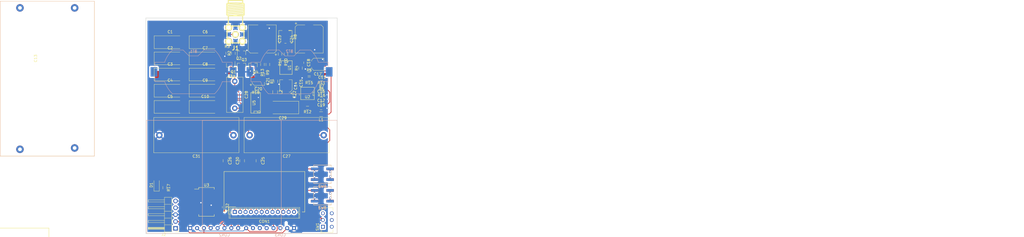
<source format=kicad_pcb>
(kicad_pcb (version 4) (host pcbnew 4.0.7)
  (layers (0 F.Cu signal) (31 B.Cu signal) (34 B.Paste user hide) (35 F.Paste user hide) (36 B.SilkS user hide) (37 F.SilkS user hide) (38 B.Mask user hide) (39 F.Mask user hide) (44 Edge.Cuts user))
  (net 0 "")
  (net 1 GND)
  (net 2 "Net-(BT1-Pad1)")
  (net 3 "Net-(BT2-Pad2)")
  (net 4 +3V)
  (net 5 -3V)
  (net 6 "Net-(C11-Pad1)")
  (net 7 "Net-(C11-Pad2)")
  (net 8 "Net-(C12-Pad1)")
  (net 9 "Net-(Q1-Pad2)")
  (net 10 "Net-(Q2-Pad2)")
  (net 11 "Net-(Q3-Pad2)")
  (net 12 "Net-(Q4-Pad2)")
  (net 13 "Net-(R10-Pad2)")
  (net 14 "Net-(U3-Pad7)")
  (net 15 "Net-(D1-Pad1)")
  (net 16 "Net-(J2-Pad1)")
  (net 17 +3V_Digital)
  (net 18 -3V_Digital)
  (net 19 "Net-(C1-Pad1)")
  (net 20 "Net-(C1-Pad2)")
  (net 21 "Net-(C12-Pad2)")
  (net 22 "Net-(C14-Pad1)")
  (net 23 "Net-(C15-Pad1)")
  (net 24 "Net-(C23-Pad1)")
  (net 25 "Net-(C27-Pad2)")
  (net 26 "Net-(C28-Pad2)")
  (net 27 "Net-(C29-Pad2)")
  (net 28 "Net-(C30-Pad1)")
  (net 29 "Net-(Q1-Pad1)")
  (net 30 "Net-(R12-Pad2)")
  (net 31 "Net-(R13-Pad2)")
  (net 32 "Net-(R11-Pad2)")
  (net 33 "Net-(U3-Pad9)")
  (net 34 "Net-(U3-Pad16)")
  (net 35 "Net-(U5-Pad1)")
  (net 36 "Net-(U5-Pad2)")
  (net 37 "Net-(U5-Pad4)")
  (net 38 "Net-(U5-Pad7)")
  (net 39 "Net-(U5-Pad8)")
  (net 40 "Net-(C16-Pad1)")
  (net 41 "Net-(C24-Pad1)")
  (net 42 "Net-(C30-Pad2)")
  (net 43 "Net-(C31-Pad1)")
  (net 44 "Net-(R4-Pad2)")
  (net 45 "Net-(R10-Pad1)")
  (net 46 "Net-(R18-Pad1)")
  (net 47 "Net-(R18-Pad2)")
  (net 48 +3V_LNA)
  (net 49 -3V_LNA)
  (net 50 "Net-(CON1-Pad1)")
  (net 51 "Net-(CON1-Pad2)")
  (net 52 "Net-(CON1-Pad3)")
  (net 53 "Net-(CON1-Pad4)")
  (net 54 "Net-(CON1-Pad5)")
  (net 55 "Net-(CON1-Pad6)")
  (net 56 "Net-(CON1-Pad7)")
  (net 57 "Net-(CON1-Pad8)")
  (net 58 "Net-(CON1-Pad9)")
  (net 59 "Net-(CON1-Pad10)")
  (net 60 "Net-(CON1-Pad11)")
  (net 61 "Net-(CON1-Pad12)")
  (net 62 "Net-(CON2-Pad1)")
  (net 63 "Net-(CON2-Pad2)")
  (net 64 "Net-(CON2-Pad3)")
  (net 65 "Net-(CON2-Pad4)")
  (net 66 "Net-(CON2-Pad5)")
  (net 67 "Net-(CON2-Pad7)")
  (net 68 "Net-(SW2-Pad2)")
  (net 69 "Net-(SW3-Pad2)")
  (module "Noise Meter Kicad Footprint Library:5110" (layer B.Cu) (at 190.99 130 180)
    (fp_text reference CON3 (at 5.08 -2.54 180) (layer B.SilkS) (effects (justify mirror)))
    (fp_text value 5110_LCD_ALT)
    (pad 1 thru_hole circle (at 0 0 180) (size 1.524 1.524) (drill 0.762) (layers *.Cu *.Mask) (net 1 GND))
    (pad 2 thru_hole circle (at 2.54 0 180) (size 1.524 1.524) (drill 0.762) (layers *.Cu *.Mask) (net 17 +3V_Digital))
    (pad 3 thru_hole circle (at 5.08 0 180) (size 1.524 1.524) (drill 0.762) (layers *.Cu *.Mask) (net 66 "Net-(CON2-Pad5)"))
    (pad 4 thru_hole circle (at 7.62 0 180) (size 1.524 1.524) (drill 0.762) (layers *.Cu *.Mask) (net 65 "Net-(CON2-Pad4)"))
    (pad 5 thru_hole circle (at 10.16 0 180) (size 1.524 1.524) (drill 0.762) (layers *.Cu *.Mask) (net 64 "Net-(CON2-Pad3)"))
    (pad 6 thru_hole circle (at 12.7 0 180) (size 1.524 1.524) (drill 0.762) (layers *.Cu *.Mask) (net 63 "Net-(CON2-Pad2)"))
    (pad 7 thru_hole circle (at 15.24 0 180) (size 1.524 1.524) (drill 0.762) (layers *.Cu *.Mask) (net 62 "Net-(CON2-Pad1)"))
    (pad 8 thru_hole circle (at 17.78 0 180) (size 1.524 1.524) (drill 0.762) (layers *.Cu *.Mask) (net 67 "Net-(CON2-Pad7)"))
  )
  (module "Noise Meter Kicad Footprint Library:4-digit-LCD-footprint" (layer F.Cu) (at 169 124)
    (fp_text reference CON1 (at 11 3.5) (layer F.SilkS))
    (fp_text value LCD-4-digit)
    (pad 1 thru_hole rect (at 0 0) (size 1.5 1.5) (drill 0.8) (layers *.Cu *.Mask) (net 50 "Net-(CON1-Pad1)"))
    (pad 2 thru_hole circle (at 2 0) (size 1.5 1.5) (drill 0.8) (layers *.Cu *.Mask) (net 51 "Net-(CON1-Pad2)"))
    (pad 3 thru_hole circle (at 4 0) (size 1.5 1.5) (drill 0.8) (layers *.Cu *.Mask) (net 52 "Net-(CON1-Pad3)"))
    (pad 4 thru_hole circle (at 6 0) (size 1.5 1.5) (drill 0.8) (layers *.Cu *.Mask) (net 53 "Net-(CON1-Pad4)"))
    (pad 5 thru_hole circle (at 8 0) (size 1.5 1.5) (drill 0.8) (layers *.Cu *.Mask) (net 54 "Net-(CON1-Pad5)"))
    (pad 6 thru_hole circle (at 10 0) (size 1.5 1.5) (drill 0.8) (layers *.Cu *.Mask) (net 55 "Net-(CON1-Pad6)"))
    (pad 7 thru_hole circle (at 12 0) (size 1.5 1.5) (drill 0.8) (layers *.Cu *.Mask) (net 56 "Net-(CON1-Pad7)"))
    (pad 8 thru_hole circle (at 14 0) (size 1.5 1.5) (drill 0.8) (layers *.Cu *.Mask) (net 57 "Net-(CON1-Pad8)"))
    (pad 9 thru_hole circle (at 16 0) (size 1.5 1.5) (drill 0.8) (layers *.Cu *.Mask) (net 58 "Net-(CON1-Pad9)"))
    (pad 10 thru_hole circle (at 18 0) (size 1.5 1.5) (drill 0.8) (layers *.Cu *.Mask) (net 59 "Net-(CON1-Pad10)"))
    (pad 11 thru_hole circle (at 20 0) (size 1.5 1.5) (drill 0.8) (layers *.Cu *.Mask) (net 60 "Net-(CON1-Pad11)"))
    (pad 12 thru_hole circle (at 22 0) (size 1.5 1.5) (drill 0.8) (layers *.Cu *.Mask) (net 61 "Net-(CON1-Pad12)"))
  )
  (module "Noise Meter Kicad Footprint Library:5110" (layer B.Cu) (at 170.24 130 180)
    (fp_text reference CON2 (at 5.08 -2.54 180) (layer B.SilkS) (effects (justify mirror)))
    (fp_text value 5110_LCD)
    (pad 1 thru_hole circle (at 0 0 180) (size 1.524 1.524) (drill 0.762) (layers *.Cu *.Mask) (net 62 "Net-(CON2-Pad1)"))
    (pad 2 thru_hole circle (at 2.54 0 180) (size 1.524 1.524) (drill 0.762) (layers *.Cu *.Mask) (net 63 "Net-(CON2-Pad2)"))
    (pad 3 thru_hole circle (at 5.08 0 180) (size 1.524 1.524) (drill 0.762) (layers *.Cu *.Mask) (net 64 "Net-(CON2-Pad3)"))
    (pad 4 thru_hole circle (at 7.62 0 180) (size 1.524 1.524) (drill 0.762) (layers *.Cu *.Mask) (net 65 "Net-(CON2-Pad4)"))
    (pad 5 thru_hole circle (at 10.16 0 180) (size 1.524 1.524) (drill 0.762) (layers *.Cu *.Mask) (net 66 "Net-(CON2-Pad5)"))
    (pad 6 thru_hole circle (at 12.7 0 180) (size 1.524 1.524) (drill 0.762) (layers *.Cu *.Mask) (net 17 +3V_Digital))
    (pad 7 thru_hole circle (at 15.24 0 180) (size 1.524 1.524) (drill 0.762) (layers *.Cu *.Mask) (net 67 "Net-(CON2-Pad7)"))
    (pad 8 thru_hole circle (at 17.78 0 180) (size 1.524 1.524) (drill 0.762) (layers *.Cu *.Mask) (net 1 GND))
  )
  (module Buttons_Switches_SMD:SW_SPST_B3SL-1002P (layer B.Cu) (at 201.5 110)
    (fp_text reference SW2 (at 0 4.5) (layer B.SilkS) (effects (justify mirror)))
    (fp_text value SW_Push)
    (pad 1 smd rect (at -2.875 2) (size 2.75 1) (layers B.Cu B.Paste B.Mask) (net 1 GND))
    (pad 1 smd rect (at 2.875 2) (size 2.75 1) (layers B.Cu B.Paste B.Mask) (net 1 GND))
    (pad 2 smd rect (at 2.875 -2) (size 2.75 1) (layers B.Cu B.Paste B.Mask) (net 68 "Net-(SW2-Pad2)"))
    (pad 2 smd rect (at -2.875 -2) (size 2.75 1) (layers B.Cu B.Paste B.Mask) (net 68 "Net-(SW2-Pad2)"))
  )
  (module Capacitors_THT:C_Rect_L13.0mm_W6.0mm_P10.00mm_FKS3_FKP3_MKS4 (layer F.Cu) (at 169 75.5 270)
    (fp_text reference C28 (at 5 -4.31 270) (layer F.SilkS))
    (fp_text value 0.1uF)
    (pad 1 thru_hole circle (at 0 0 270) (size 2 2) (drill 1) (layers *.Cu *.Mask) (net 4 +3V))
    (pad 2 thru_hole circle (at 10 0 270) (size 2 2) (drill 1) (layers *.Cu *.Mask) (net 26 "Net-(C28-Pad2)"))
  )
  (module Capacitors_THT:C_Rect_L31.5mm_W13.0mm_P27.50mm_MKS4 (layer F.Cu) (at 202 95.5 180)
    (fp_text reference C27 (at 13.75 -7.81 180) (layer F.SilkS))
    (fp_text value 10uF)
    (pad 1 thru_hole circle (at 0 0 180) (size 2.4 2.4) (drill 1.2) (layers *.Cu *.Mask) (net 4 +3V))
    (pad 2 thru_hole circle (at 27.5 0 180) (size 2.4 2.4) (drill 1.2) (layers *.Cu *.Mask) (net 25 "Net-(C27-Pad2)"))
  )
  (module SMD_Packages:SSOP-20 (layer F.Cu) (at 176.75 83.5 90)
    (fp_text reference U5 (at 0 -0.635 90) (layer F.SilkS))
    (fp_text value AD8436)
    (pad 1 smd rect (at -2.921 2.667 90) (size 0.4064 1.27) (layers F.Cu F.Paste F.Mask) (net 35 "Net-(U5-Pad1)"))
    (pad 2 smd rect (at -2.286 2.667 90) (size 0.4064 1.27) (layers F.Cu F.Paste F.Mask) (net 36 "Net-(U5-Pad2)"))
    (pad 3 smd rect (at -1.6256 2.667 90) (size 0.4064 1.27) (layers F.Cu F.Paste F.Mask) (net 27 "Net-(C29-Pad2)"))
    (pad 4 smd rect (at -0.9652 2.667 90) (size 0.4064 1.27) (layers F.Cu F.Paste F.Mask) (net 37 "Net-(U5-Pad4)"))
    (pad 5 smd rect (at -0.3302 2.667 90) (size 0.4064 1.27) (layers F.Cu F.Paste F.Mask) (net 37 "Net-(U5-Pad4)"))
    (pad 6 smd rect (at 0.3302 2.667 90) (size 0.4064 1.27) (layers F.Cu F.Paste F.Mask) (net 46 "Net-(R18-Pad1)"))
    (pad 7 smd rect (at 0.9906 2.667 90) (size 0.4064 1.27) (layers F.Cu F.Paste F.Mask) (net 38 "Net-(U5-Pad7)"))
    (pad 8 smd rect (at 1.6256 2.667 90) (size 0.4064 1.27) (layers F.Cu F.Paste F.Mask) (net 39 "Net-(U5-Pad8)"))
    (pad 9 smd rect (at 2.286 2.667 90) (size 0.4064 1.27) (layers F.Cu F.Paste F.Mask) (net 1 GND))
    (pad 10 smd rect (at 2.921 2.667 90) (size 0.4064 1.27) (layers F.Cu F.Paste F.Mask) (net 43 "Net-(C31-Pad1)"))
    (pad 11 smd rect (at 2.921 -2.667 90) (size 0.4064 1.27) (layers F.Cu F.Paste F.Mask) (net 5 -3V))
    (pad 12 smd rect (at 2.286 -2.667 90) (size 0.4064 1.27) (layers F.Cu F.Paste F.Mask) (net 47 "Net-(R18-Pad2)"))
    (pad 13 smd rect (at 1.6256 -2.667 90) (size 0.4064 1.27) (layers F.Cu F.Paste F.Mask) (net 43 "Net-(C31-Pad1)"))
    (pad 14 smd rect (at 0.9906 -2.667 90) (size 0.4064 1.27) (layers F.Cu F.Paste F.Mask) (net 42 "Net-(C30-Pad2)"))
    (pad 15 smd rect (at 0.3302 -2.667 90) (size 0.4064 1.27) (layers F.Cu F.Paste F.Mask) (net 42 "Net-(C30-Pad2)"))
    (pad 16 smd rect (at -0.3302 -2.667 90) (size 0.4064 1.27) (layers F.Cu F.Paste F.Mask) (net 4 +3V))
    (pad 17 smd rect (at -0.9652 -2.667 90) (size 0.4064 1.27) (layers F.Cu F.Paste F.Mask) (net 4 +3V))
    (pad 18 smd rect (at -1.6256 -2.667 90) (size 0.4064 1.27) (layers F.Cu F.Paste F.Mask) (net 4 +3V))
    (pad 19 smd rect (at -2.286 -2.667 90) (size 0.4064 1.27) (layers F.Cu F.Paste F.Mask) (net 26 "Net-(C28-Pad2)"))
    (pad 20 smd rect (at -2.921 -2.667 90) (size 0.4064 1.27) (layers F.Cu F.Paste F.Mask) (net 25 "Net-(C27-Pad2)"))
  )
  (module Capacitors_Tantalum_SMD:CP_Tantalum_Case-X_EIA-7343-43_Hand (layer F.Cu) (at 158 61)
    (fp_text reference C6 (at 0 -3.85) (layer F.SilkS))
    (fp_text value 100uF)
    (pad 1 smd rect (at -3.775 0) (size 3.75 2.7) (layers F.Cu F.Paste F.Mask) (net 19 "Net-(C1-Pad1)"))
    (pad 2 smd rect (at 3.775 0) (size 3.75 2.7) (layers F.Cu F.Paste F.Mask) (net 20 "Net-(C1-Pad2)"))
  )
  (module Capacitors_SMD:CP_Elec_4x4.5 (layer F.Cu) (at 199.8 69.2)
    (fp_text reference C17 (at 0 3.58 180) (layer F.SilkS))
    (fp_text value 10uF)
    (fp_text user + (at -2.78 1.99 180) (layer F.SilkS))
    (pad 1 smd rect (at -1.8 0 180) (size 2.6 1.6) (layers F.Cu F.Paste F.Mask) (net 48 +3V_LNA))
    (pad 2 smd rect (at 1.8 0 180) (size 2.6 1.6) (layers F.Cu F.Paste F.Mask) (net 1 GND))
  )
  (module Resistors_SMD:R_0603_HandSoldering (layer F.Cu) (at 201.2 78.8)
    (fp_text reference R7 (at 0 -1.45) (layer F.SilkS))
    (fp_text value 15K)
    (pad 1 smd rect (at -1.1 0) (size 1.2 0.9) (layers F.Cu F.Paste F.Mask) (net 40 "Net-(C16-Pad1)"))
    (pad 2 smd rect (at 1.1 0) (size 1.2 0.9) (layers F.Cu F.Paste F.Mask) (net 21 "Net-(C12-Pad2)"))
  )
  (module Battery_Holders:Keystone_1058_1x2032-CoinCell (layer B.Cu) (at 153.68 72)
    (fp_text reference BT1 (at 0 -7.62) (layer B.SilkS) (effects (justify mirror)))
    (fp_text value Battery_Cell)
    (pad 1 smd rect (at -14.68 0) (size 2.54 3.51) (layers B.Cu B.Paste B.Mask) (net 2 "Net-(BT1-Pad1)"))
    (pad 2 smd rect (at 14.68 0) (size 2.54 3.51) (layers B.Cu B.Paste B.Mask) (net 1 GND))
  )
  (module Battery_Holders:Keystone_1058_1x2032-CoinCell (layer B.Cu) (at 189.32 72)
    (fp_text reference BT2 (at 0 -7.62) (layer B.SilkS) (effects (justify mirror)))
    (fp_text value Battery_Cell)
    (pad 1 smd rect (at -14.68 0) (size 2.54 3.51) (layers B.Cu B.Paste B.Mask) (net 1 GND))
    (pad 2 smd rect (at 14.68 0) (size 2.54 3.51) (layers B.Cu B.Paste B.Mask) (net 3 "Net-(BT2-Pad2)"))
  )
  (module Capacitors_SMD:C_0603_HandSoldering (layer F.Cu) (at 195.2 68.6 270)
    (fp_text reference C18 (at 0 -1.25 270) (layer F.SilkS))
    (fp_text value 100nF)
    (pad 1 smd rect (at -0.95 0 270) (size 1.2 0.75) (layers F.Cu F.Paste F.Mask) (net 48 +3V_LNA))
    (pad 2 smd rect (at 0.95 0 270) (size 1.2 0.75) (layers F.Cu F.Paste F.Mask) (net 1 GND))
  )
  (module Capacitors_SMD:C_0603_HandSoldering (layer F.Cu) (at 182.5 75.5 90)
    (fp_text reference C21 (at 0 -1.25 90) (layer F.SilkS))
    (fp_text value 100nF)
    (pad 1 smd rect (at -0.95 0 90) (size 1.2 0.75) (layers F.Cu F.Paste F.Mask) (net 1 GND))
    (pad 2 smd rect (at 0.95 0 90) (size 1.2 0.75) (layers F.Cu F.Paste F.Mask) (net 49 -3V_LNA))
  )
  (module Capacitors_SMD:C_0603_HandSoldering (layer F.Cu) (at 201.05 85.5)
    (fp_text reference C19 (at 0 -1.25) (layer F.SilkS))
    (fp_text value 100nF)
    (pad 1 smd rect (at -0.95 0) (size 1.2 0.75) (layers F.Cu F.Paste F.Mask) (net 4 +3V))
    (pad 2 smd rect (at 0.95 0) (size 1.2 0.75) (layers F.Cu F.Paste F.Mask) (net 1 GND))
  )
  (module Capacitors_SMD:C_0603_HandSoldering (layer F.Cu) (at 192.4 80.4 90)
    (fp_text reference C22 (at 0 -1.25 90) (layer F.SilkS))
    (fp_text value 100nF)
    (pad 1 smd rect (at -0.95 0 90) (size 1.2 0.75) (layers F.Cu F.Paste F.Mask) (net 1 GND))
    (pad 2 smd rect (at 0.95 0 90) (size 1.2 0.75) (layers F.Cu F.Paste F.Mask) (net 5 -3V))
  )
  (module Capacitors_SMD:CP_Elec_10x10.5 (layer F.Cu) (at 179.2 59.8 90)
    (fp_text reference C23 (at 0 6.46 90) (layer F.SilkS))
    (fp_text value 1000uF)
    (fp_text user + (at -5.78 4.97 90) (layer F.SilkS))
    (pad 1 smd rect (at -4 0 270) (size 4 2.5) (layers F.Cu F.Paste F.Mask) (net 24 "Net-(C23-Pad1)"))
    (pad 2 smd rect (at 4 0 270) (size 4 2.5) (layers F.Cu F.Paste F.Mask) (net 1 GND))
  )
  (module Capacitors_SMD:C_0603_HandSoldering (layer F.Cu) (at 192.4 76.2 270)
    (fp_text reference C15 (at 0 -1.25 270) (layer F.SilkS))
    (fp_text value 1.5nF)
    (pad 1 smd rect (at -0.95 0 270) (size 1.2 0.75) (layers F.Cu F.Paste F.Mask) (net 23 "Net-(C15-Pad1)"))
    (pad 2 smd rect (at 0.95 0 270) (size 1.2 0.75) (layers F.Cu F.Paste F.Mask) (net 1 GND))
  )
  (module Capacitors_SMD:C_0603_HandSoldering (layer F.Cu) (at 201.4 72.8 180)
    (fp_text reference C11 (at 0 -1.25 180) (layer F.SilkS))
    (fp_text value 1.5nF)
    (pad 1 smd rect (at -0.95 0 180) (size 1.2 0.75) (layers F.Cu F.Paste F.Mask) (net 6 "Net-(C11-Pad1)"))
    (pad 2 smd rect (at 0.95 0 180) (size 1.2 0.75) (layers F.Cu F.Paste F.Mask) (net 7 "Net-(C11-Pad2)"))
  )
  (module Capacitors_SMD:C_0603_HandSoldering (layer F.Cu) (at 201.05 80.5)
    (fp_text reference C16 (at 0 -1.25) (layer F.SilkS))
    (fp_text value 150pF)
    (pad 1 smd rect (at -0.95 0) (size 1.2 0.75) (layers F.Cu F.Paste F.Mask) (net 40 "Net-(C16-Pad1)"))
    (pad 2 smd rect (at 0.95 0) (size 1.2 0.75) (layers F.Cu F.Paste F.Mask) (net 1 GND))
  )
  (module Capacitors_SMD:C_0603_HandSoldering (layer F.Cu) (at 201.05 83.85)
    (fp_text reference C12 (at 0 -1.25) (layer F.SilkS))
    (fp_text value 1.5nF)
    (pad 1 smd rect (at -0.95 0) (size 1.2 0.75) (layers F.Cu F.Paste F.Mask) (net 8 "Net-(C12-Pad1)"))
    (pad 2 smd rect (at 0.95 0) (size 1.2 0.75) (layers F.Cu F.Paste F.Mask) (net 21 "Net-(C12-Pad2)"))
  )
  (module Capacitors_SMD:C_0603_HandSoldering (layer F.Cu) (at 165 122.25 270)
    (fp_text reference C32 (at 0 -1.25 270) (layer F.SilkS))
    (fp_text value 100nF)
    (pad 1 smd rect (at -0.95 0 270) (size 1.2 0.75) (layers F.Cu F.Paste F.Mask) (net 17 +3V_Digital))
    (pad 2 smd rect (at 0.95 0 270) (size 1.2 0.75) (layers F.Cu F.Paste F.Mask) (net 1 GND))
  )
  (module TO_SOT_Packages_SMD:SOT-23 (layer F.Cu) (at 167.5 69.5 270)
    (fp_text reference Q1 (at 2.5 -1 360) (layer F.SilkS))
    (fp_text value MMBT2222A)
    (pad 1 smd rect (at -1 -0.95 270) (size 0.9 0.8) (layers F.Cu F.Paste F.Mask) (net 29 "Net-(Q1-Pad1)"))
    (pad 2 smd rect (at -1 0.95 270) (size 0.9 0.8) (layers F.Cu F.Paste F.Mask) (net 9 "Net-(Q1-Pad2)"))
    (pad 3 smd rect (at 1 0 270) (size 0.9 0.8) (layers F.Cu F.Paste F.Mask) (net 4 +3V))
  )
  (module TO_SOT_Packages_SMD:SOT-23 (layer F.Cu) (at 171.5 69.5 90)
    (fp_text reference Q2 (at 2.5 -1 180) (layer F.SilkS))
    (fp_text value MMBT2222A)
    (pad 1 smd rect (at -1 -0.95 90) (size 0.9 0.8) (layers F.Cu F.Paste F.Mask) (net 5 -3V))
    (pad 2 smd rect (at -1 0.95 90) (size 0.9 0.8) (layers F.Cu F.Paste F.Mask) (net 10 "Net-(Q2-Pad2)"))
    (pad 3 smd rect (at 1 0 90) (size 0.9 0.8) (layers F.Cu F.Paste F.Mask) (net 29 "Net-(Q1-Pad1)"))
  )
  (module TO_SOT_Packages_SMD:SOT-23 (layer F.Cu) (at 171.5 65 90)
    (fp_text reference Q3 (at -2.5 1 360) (layer F.SilkS))
    (fp_text value MMBT2222A)
    (pad 1 smd rect (at -1 -0.95 90) (size 0.9 0.8) (layers F.Cu F.Paste F.Mask) (net 29 "Net-(Q1-Pad1)"))
    (pad 2 smd rect (at -1 0.95 90) (size 0.9 0.8) (layers F.Cu F.Paste F.Mask) (net 11 "Net-(Q3-Pad2)"))
    (pad 3 smd rect (at 1 0 90) (size 0.9 0.8) (layers F.Cu F.Paste F.Mask) (net 1 GND))
  )
  (module TO_SOT_Packages_SMD:SOT-23 (layer F.Cu) (at 175.75 69.5 90)
    (fp_text reference Q4 (at -2.5 1 180) (layer F.SilkS))
    (fp_text value MMBT2222A)
    (pad 1 smd rect (at -1 -0.95 90) (size 0.9 0.8) (layers F.Cu F.Paste F.Mask) (net 1 GND))
    (pad 2 smd rect (at -1 0.95 90) (size 0.9 0.8) (layers F.Cu F.Paste F.Mask) (net 12 "Net-(Q4-Pad2)"))
    (pad 3 smd rect (at 1 0 90) (size 0.9 0.8) (layers F.Cu F.Paste F.Mask) (net 29 "Net-(Q1-Pad1)"))
  )
  (module Resistors_SMD:R_0603_HandSoldering (layer F.Cu) (at 166.4 65.1 270)
    (fp_text reference R3 (at -2.5 0.25 360) (layer F.SilkS))
    (fp_text value 510)
    (pad 1 smd rect (at -1.1 0 270) (size 1.2 0.9) (layers F.Cu F.Paste F.Mask) (net 20 "Net-(C1-Pad2)"))
    (pad 2 smd rect (at 1.1 0 270) (size 1.2 0.9) (layers F.Cu F.Paste F.Mask) (net 1 GND))
  )
  (module Resistors_SMD:R_0603_HandSoldering (layer F.Cu) (at 179.25 69.25 270)
    (fp_text reference R13 (at 3 0 270) (layer F.SilkS))
    (fp_text value 24)
    (pad 1 smd rect (at -1.1 0 270) (size 1.2 0.9) (layers F.Cu F.Paste F.Mask) (net 24 "Net-(C23-Pad1)"))
    (pad 2 smd rect (at 1.1 0 270) (size 1.2 0.9) (layers F.Cu F.Paste F.Mask) (net 31 "Net-(R13-Pad2)"))
  )
  (module Resistors_SMD:R_0603_HandSoldering (layer F.Cu) (at 181.25 69.25 270)
    (fp_text reference R9 (at 3 0 270) (layer F.SilkS))
    (fp_text value 750)
    (pad 1 smd rect (at -1.1 0 270) (size 1.2 0.9) (layers F.Cu F.Paste F.Mask) (net 22 "Net-(C14-Pad1)"))
    (pad 2 smd rect (at 1.1 0 270) (size 1.2 0.9) (layers F.Cu F.Paste F.Mask) (net 31 "Net-(R13-Pad2)"))
  )
  (module Resistors_SMD:R_0603_HandSoldering (layer F.Cu) (at 185.8 65.4 270)
    (fp_text reference R14 (at 3 0 270) (layer F.SilkS))
    (fp_text value 24)
    (pad 1 smd rect (at -1.1 0 270) (size 1.2 0.9) (layers F.Cu F.Paste F.Mask) (net 41 "Net-(C24-Pad1)"))
    (pad 2 smd rect (at 1.1 0 270) (size 1.2 0.9) (layers F.Cu F.Paste F.Mask) (net 13 "Net-(R10-Pad2)"))
  )
  (module Resistors_SMD:R_0603_HandSoldering (layer F.Cu) (at 188 65.4 270)
    (fp_text reference R10 (at 3 0 270) (layer F.SilkS))
    (fp_text value 680)
    (pad 1 smd rect (at -1.1 0 270) (size 1.2 0.9) (layers F.Cu F.Paste F.Mask) (net 45 "Net-(R10-Pad1)"))
    (pad 2 smd rect (at 1.1 0 270) (size 1.2 0.9) (layers F.Cu F.Paste F.Mask) (net 13 "Net-(R10-Pad2)"))
  )
  (module Resistors_SMD:R_0603_HandSoldering (layer F.Cu) (at 193.4 70.6 90)
    (fp_text reference R4 (at 0 -1.45 90) (layer F.SilkS))
    (fp_text value 360)
    (pad 1 smd rect (at -1.1 0 90) (size 1.2 0.9) (layers F.Cu F.Paste F.Mask) (net 7 "Net-(C11-Pad2)"))
    (pad 2 smd rect (at 1.1 0 90) (size 1.2 0.9) (layers F.Cu F.Paste F.Mask) (net 44 "Net-(R4-Pad2)"))
  )
  (module Resistors_SMD:R_0603_HandSoldering (layer F.Cu) (at 196.6 72.8)
    (fp_text reference R5 (at 0 -1.45) (layer F.SilkS))
    (fp_text value 2.7K)
    (pad 1 smd rect (at -1.1 0) (size 1.2 0.9) (layers F.Cu F.Paste F.Mask) (net 23 "Net-(C15-Pad1)"))
    (pad 2 smd rect (at 1.1 0) (size 1.2 0.9) (layers F.Cu F.Paste F.Mask) (net 7 "Net-(C11-Pad2)"))
  )
  (module Resistors_SMD:R_0603_HandSoldering (layer F.Cu) (at 196.6 74.6 180)
    (fp_text reference R15 (at 0 -1.45 180) (layer F.SilkS))
    (fp_text value 200)
    (pad 1 smd rect (at -1.1 0 180) (size 1.2 0.9) (layers F.Cu F.Paste F.Mask) (net 32 "Net-(R11-Pad2)"))
    (pad 2 smd rect (at 1.1 0 180) (size 1.2 0.9) (layers F.Cu F.Paste F.Mask) (net 1 GND))
  )
  (module Resistors_SMD:R_0603_HandSoldering (layer F.Cu) (at 201.2 74.6 180)
    (fp_text reference R11 (at 0 -1.45 180) (layer F.SilkS))
    (fp_text value 820)
    (pad 1 smd rect (at -1.1 0 180) (size 1.2 0.9) (layers F.Cu F.Paste F.Mask) (net 6 "Net-(C11-Pad1)"))
    (pad 2 smd rect (at 1.1 0 180) (size 1.2 0.9) (layers F.Cu F.Paste F.Mask) (net 32 "Net-(R11-Pad2)"))
  )
  (module Resistors_SMD:R_0603_HandSoldering (layer F.Cu) (at 201.2 77 180)
    (fp_text reference R6 (at 0 -1.45 180) (layer F.SilkS))
    (fp_text value 680)
    (pad 1 smd rect (at -1.1 0 180) (size 1.2 0.9) (layers F.Cu F.Paste F.Mask) (net 21 "Net-(C12-Pad2)"))
    (pad 2 smd rect (at 1.1 0 180) (size 1.2 0.9) (layers F.Cu F.Paste F.Mask) (net 6 "Net-(C11-Pad1)"))
  )
  (module Resistors_SMD:R_0603_HandSoldering (layer F.Cu) (at 201.2 82.15)
    (fp_text reference R16 (at 0 -1.45) (layer F.SilkS))
    (fp_text value 510)
    (pad 1 smd rect (at -1.1 0) (size 1.2 0.9) (layers F.Cu F.Paste F.Mask) (net 30 "Net-(R12-Pad2)"))
    (pad 2 smd rect (at 1.1 0) (size 1.2 0.9) (layers F.Cu F.Paste F.Mask) (net 1 GND))
  )
  (module Resistors_SMD:R_0603_HandSoldering (layer F.Cu) (at 196 85.4 180)
    (fp_text reference R12 (at 0 -1.45 180) (layer F.SilkS))
    (fp_text value 510)
    (pad 1 smd rect (at -1.1 0 180) (size 1.2 0.9) (layers F.Cu F.Paste F.Mask) (net 8 "Net-(C12-Pad1)"))
    (pad 2 smd rect (at 1.1 0 180) (size 1.2 0.9) (layers F.Cu F.Paste F.Mask) (net 30 "Net-(R12-Pad2)"))
  )
  (module Resistors_SMD:R_0603_HandSoldering (layer F.Cu) (at 176.75 78.25 180)
    (fp_text reference R18 (at 0 -1.45 180) (layer F.SilkS))
    (fp_text value 10M)
    (pad 1 smd rect (at -1.1 0 180) (size 1.2 0.9) (layers F.Cu F.Paste F.Mask) (net 46 "Net-(R18-Pad1)"))
    (pad 2 smd rect (at 1.1 0 180) (size 1.2 0.9) (layers F.Cu F.Paste F.Mask) (net 47 "Net-(R18-Pad2)"))
  )
  (module Housings_SSOP:SSOP-28_5.3x10.2mm_Pitch0.65mm (layer F.Cu) (at 158.5 120.25)
    (fp_text reference U3 (at 0 -6.25) (layer F.SilkS))
    (fp_text value PIC16F19156)
    (pad 1 smd rect (at -3.6 -4.225) (size 1.75 0.45) (layers F.Cu F.Paste F.Mask) (net 16 "Net-(J2-Pad1)"))
    (pad 2 smd rect (at -3.6 -3.575) (size 1.75 0.45) (layers F.Cu F.Paste F.Mask) (net 61 "Net-(CON1-Pad12)"))
    (pad 3 smd rect (at -3.6 -2.925) (size 1.75 0.45) (layers F.Cu F.Paste F.Mask) (net 60 "Net-(CON1-Pad11)"))
    (pad 4 smd rect (at -3.6 -2.275) (size 1.75 0.45) (layers F.Cu F.Paste F.Mask) (net 59 "Net-(CON1-Pad10)"))
    (pad 5 smd rect (at -3.6 -1.625) (size 1.75 0.45) (layers F.Cu F.Paste F.Mask) (net 69 "Net-(SW3-Pad2)"))
    (pad 6 smd rect (at -3.6 -0.975) (size 1.75 0.45) (layers F.Cu F.Paste F.Mask) (net 68 "Net-(SW2-Pad2)"))
    (pad 7 smd rect (at -3.6 -0.325) (size 1.75 0.45) (layers F.Cu F.Paste F.Mask) (net 14 "Net-(U3-Pad7)"))
    (pad 8 smd rect (at -3.6 0.325) (size 1.75 0.45) (layers F.Cu F.Paste F.Mask) (net 1 GND))
    (pad 9 smd rect (at -3.6 0.975) (size 1.75 0.45) (layers F.Cu F.Paste F.Mask) (net 33 "Net-(U3-Pad9)"))
    (pad 10 smd rect (at -3.6 1.625) (size 1.75 0.45) (layers F.Cu F.Paste F.Mask) (net 28 "Net-(C30-Pad1)"))
    (pad 11 smd rect (at -3.6 2.275) (size 1.75 0.45) (layers F.Cu F.Paste F.Mask) (net 62 "Net-(CON2-Pad1)"))
    (pad 12 smd rect (at -3.6 2.925) (size 1.75 0.45) (layers F.Cu F.Paste F.Mask) (net 63 "Net-(CON2-Pad2)"))
    (pad 13 smd rect (at -3.6 3.575) (size 1.75 0.45) (layers F.Cu F.Paste F.Mask) (net 64 "Net-(CON2-Pad3)"))
    (pad 14 smd rect (at -3.6 4.225) (size 1.75 0.45) (layers F.Cu F.Paste F.Mask) (net 66 "Net-(CON2-Pad5)"))
    (pad 15 smd rect (at 3.6 4.225) (size 1.75 0.45) (layers F.Cu F.Paste F.Mask) (net 65 "Net-(CON2-Pad4)"))
    (pad 16 smd rect (at 3.6 3.575) (size 1.75 0.45) (layers F.Cu F.Paste F.Mask) (net 34 "Net-(U3-Pad16)"))
    (pad 17 smd rect (at 3.6 2.925) (size 1.75 0.45) (layers F.Cu F.Paste F.Mask) (net 58 "Net-(CON1-Pad9)"))
    (pad 18 smd rect (at 3.6 2.275) (size 1.75 0.45) (layers F.Cu F.Paste F.Mask) (net 57 "Net-(CON1-Pad8)"))
    (pad 19 smd rect (at 3.6 1.625) (size 1.75 0.45) (layers F.Cu F.Paste F.Mask) (net 1 GND))
    (pad 20 smd rect (at 3.6 0.975) (size 1.75 0.45) (layers F.Cu F.Paste F.Mask) (net 17 +3V_Digital))
    (pad 21 smd rect (at 3.6 0.325) (size 1.75 0.45) (layers F.Cu F.Paste F.Mask) (net 56 "Net-(CON1-Pad7)"))
    (pad 22 smd rect (at 3.6 -0.325) (size 1.75 0.45) (layers F.Cu F.Paste F.Mask) (net 67 "Net-(CON2-Pad7)"))
    (pad 23 smd rect (at 3.6 -0.975) (size 1.75 0.45) (layers F.Cu F.Paste F.Mask) (net 50 "Net-(CON1-Pad1)"))
    (pad 24 smd rect (at 3.6 -1.625) (size 1.75 0.45) (layers F.Cu F.Paste F.Mask) (net 51 "Net-(CON1-Pad2)"))
    (pad 25 smd rect (at 3.6 -2.275) (size 1.75 0.45) (layers F.Cu F.Paste F.Mask) (net 52 "Net-(CON1-Pad3)"))
    (pad 26 smd rect (at 3.6 -2.925) (size 1.75 0.45) (layers F.Cu F.Paste F.Mask) (net 53 "Net-(CON1-Pad4)"))
    (pad 27 smd rect (at 3.6 -3.575) (size 1.75 0.45) (layers F.Cu F.Paste F.Mask) (net 54 "Net-(CON1-Pad5)"))
    (pad 28 smd rect (at 3.6 -4.225) (size 1.75 0.45) (layers F.Cu F.Paste F.Mask) (net 55 "Net-(CON1-Pad6)"))
  )
  (module Diodes_SMD:D_SOD-123 (layer F.Cu) (at 140 114 90)
    (fp_text reference D1 (at 0 -2 90) (layer F.SilkS))
    (fp_text value 1N4148)
    (pad 1 smd rect (at -1.65 0 90) (size 0.9 1.2) (layers F.Cu F.Paste F.Mask) (net 15 "Net-(D1-Pad1)"))
    (pad 2 smd rect (at 1.65 0 90) (size 0.9 1.2) (layers F.Cu F.Paste F.Mask) (net 17 +3V_Digital))
  )
  (module Pin_Headers:Pin_Header_Angled_1x05_Pitch2.54mm (layer F.Cu) (at 147 130.08 180)
    (fp_text reference J2 (at 4.385 -2.27 180) (layer F.SilkS))
    (fp_text value Conn_01x05_Male)
    (pad 1 thru_hole rect (at 0 0 180) (size 1.7 1.7) (drill 1) (layers *.Cu *.Mask) (net 16 "Net-(J2-Pad1)"))
    (pad 2 thru_hole oval (at 0 2.54 180) (size 1.7 1.7) (drill 1) (layers *.Cu *.Mask) (net 17 +3V_Digital))
    (pad 3 thru_hole oval (at 0 5.08 180) (size 1.7 1.7) (drill 1) (layers *.Cu *.Mask) (net 1 GND))
    (pad 4 thru_hole oval (at 0 7.62 180) (size 1.7 1.7) (drill 1) (layers *.Cu *.Mask) (net 55 "Net-(CON1-Pad6)"))
    (pad 5 thru_hole oval (at 0 10.16 180) (size 1.7 1.7) (drill 1) (layers *.Cu *.Mask) (net 54 "Net-(CON1-Pad5)"))
  )
  (module Resistors_SMD:R_0603_HandSoldering (layer F.Cu) (at 143 115 270)
    (fp_text reference R17 (at 0 -1.45 270) (layer F.SilkS))
    (fp_text value 15K)
    (pad 1 smd rect (at -1.1 0 270) (size 1.2 0.9) (layers F.Cu F.Paste F.Mask) (net 15 "Net-(D1-Pad1)"))
    (pad 2 smd rect (at 1.1 0 270) (size 1.2 0.9) (layers F.Cu F.Paste F.Mask) (net 16 "Net-(J2-Pad1)"))
  )
  (module Capacitors_SMD:CP_Elec_10x10.5 (layer F.Cu) (at 196.6 59.8 270)
    (fp_text reference C24 (at 0 6.46 270) (layer F.SilkS))
    (fp_text value 1000uF)
    (fp_text user + (at -5.78 4.97 270) (layer F.SilkS))
    (pad 1 smd rect (at -4 0 90) (size 4 2.5) (layers F.Cu F.Paste F.Mask) (net 41 "Net-(C24-Pad1)"))
    (pad 2 smd rect (at 4 0 90) (size 4 2.5) (layers F.Cu F.Paste F.Mask) (net 1 GND))
  )
  (module Capacitors_SMD:CP_Elec_4x4.5 (layer F.Cu) (at 177.75 74.75)
    (fp_text reference C20 (at 0 3.58 180) (layer F.SilkS))
    (fp_text value 10uF)
    (fp_text user + (at -2.78 1.99 180) (layer F.SilkS))
    (pad 1 smd rect (at -1.8 0 180) (size 2.6 1.6) (layers F.Cu F.Paste F.Mask) (net 1 GND))
    (pad 2 smd rect (at 1.8 0 180) (size 2.6 1.6) (layers F.Cu F.Paste F.Mask) (net 49 -3V_LNA))
  )
  (module Potentiometers:Potentiometer_Trimmer_Bourns_3214J (layer F.Cu) (at 187.8 59 270)
    (fp_text reference R8 (at 0 -3.65 270) (layer F.SilkS))
    (fp_text value 100)
    (pad 1 smd rect (at 2 -1.15 270) (size 2 1.3) (layers F.Cu F.Mask) (net 44 "Net-(R4-Pad2)"))
    (pad 2 smd rect (at -2 0 270) (size 2 2) (layers F.Cu F.Mask) (net 45 "Net-(R10-Pad1)"))
    (pad 3 smd rect (at 2 1.15 270) (size 2 1.3) (layers F.Cu F.Mask) (net 45 "Net-(R10-Pad1)"))
  )
  (module "Noise Meter Kicad Footprint Library:Feedthrough_C_0805_HandSoldering" (layer F.Cu) (at 177.75 105 270)
    (fp_text reference C25 (at 0 -1.75 270) (layer F.SilkS))
    (fp_text value "22uF 20% 6.3V")
    (pad 1 smd rect (at -1.2 0 270) (size 1 1.3) (layers F.Cu F.Paste F.Mask) (net 4 +3V))
    (pad 2 smd rect (at 1.2 0 270) (size 1 1.3) (layers F.Cu F.Paste F.Mask) (net 17 +3V_Digital))
    (pad 3 smd rect (at 0 0 270) (size 0.5 2.9) (layers F.Cu F.Paste F.Mask) (net 1 GND))
  )
  (module "Noise Meter Kicad Footprint Library:Feedthrough_C_0805_HandSoldering" (layer F.Cu) (at 165.5 105 270)
    (fp_text reference C26 (at 0 -1.75 270) (layer F.SilkS))
    (fp_text value "22uF 20% 6.3V")
    (pad 1 smd rect (at -1.2 0 270) (size 1 1.3) (layers F.Cu F.Paste F.Mask) (net 5 -3V))
    (pad 2 smd rect (at 1.2 0 270) (size 1 1.3) (layers F.Cu F.Paste F.Mask) (net 18 -3V_Digital))
    (pad 3 smd rect (at 0 0 270) (size 0.5 2.9) (layers F.Cu F.Paste F.Mask) (net 1 GND))
  )
  (module "Noise Meter Kicad Footprint Library:Feedthrough_C_0805_HandSoldering" (layer F.Cu) (at 171.75 105 90)
    (fp_text reference C30 (at 0 -1.75 90) (layer F.SilkS))
    (fp_text value "0.1uF 20% 6.3V")
    (pad 1 smd rect (at -1.2 0 90) (size 1 1.3) (layers F.Cu F.Paste F.Mask) (net 28 "Net-(C30-Pad1)"))
    (pad 2 smd rect (at 1.2 0 90) (size 1 1.3) (layers F.Cu F.Paste F.Mask) (net 42 "Net-(C30-Pad2)"))
    (pad 3 smd rect (at 0 0 90) (size 0.5 2.9) (layers F.Cu F.Paste F.Mask) (net 1 GND))
  )
  (module Capacitors_Tantalum_SMD:CP_Tantalum_Case-X_EIA-7343-43_Hand (layer F.Cu) (at 145 61)
    (fp_text reference C1 (at 0 -3.85) (layer F.SilkS))
    (fp_text value 100uF)
    (pad 1 smd rect (at -3.775 0) (size 3.75 2.7) (layers F.Cu F.Paste F.Mask) (net 19 "Net-(C1-Pad1)"))
    (pad 2 smd rect (at 3.775 0) (size 3.75 2.7) (layers F.Cu F.Paste F.Mask) (net 20 "Net-(C1-Pad2)"))
  )
  (module Capacitors_Tantalum_SMD:CP_Tantalum_Case-X_EIA-7343-43_Hand (layer F.Cu) (at 145 67)
    (fp_text reference C2 (at 0 -3.85) (layer F.SilkS))
    (fp_text value 100uF)
    (pad 1 smd rect (at -3.775 0) (size 3.75 2.7) (layers F.Cu F.Paste F.Mask) (net 19 "Net-(C1-Pad1)"))
    (pad 2 smd rect (at 3.775 0) (size 3.75 2.7) (layers F.Cu F.Paste F.Mask) (net 20 "Net-(C1-Pad2)"))
  )
  (module Capacitors_Tantalum_SMD:CP_Tantalum_Case-X_EIA-7343-43_Hand (layer F.Cu) (at 145 73)
    (fp_text reference C3 (at 0 -3.85) (layer F.SilkS))
    (fp_text value 100uF)
    (pad 1 smd rect (at -3.775 0) (size 3.75 2.7) (layers F.Cu F.Paste F.Mask) (net 19 "Net-(C1-Pad1)"))
    (pad 2 smd rect (at 3.775 0) (size 3.75 2.7) (layers F.Cu F.Paste F.Mask) (net 20 "Net-(C1-Pad2)"))
  )
  (module Capacitors_Tantalum_SMD:CP_Tantalum_Case-X_EIA-7343-43_Hand (layer F.Cu) (at 145 79)
    (fp_text reference C4 (at 0 -3.85) (layer F.SilkS))
    (fp_text value 100uF)
    (pad 1 smd rect (at -3.775 0) (size 3.75 2.7) (layers F.Cu F.Paste F.Mask) (net 19 "Net-(C1-Pad1)"))
    (pad 2 smd rect (at 3.775 0) (size 3.75 2.7) (layers F.Cu F.Paste F.Mask) (net 20 "Net-(C1-Pad2)"))
  )
  (module Capacitors_Tantalum_SMD:CP_Tantalum_Case-X_EIA-7343-43_Hand (layer F.Cu) (at 145 85)
    (fp_text reference C5 (at 0 -3.85) (layer F.SilkS))
    (fp_text value 100uF)
    (pad 1 smd rect (at -3.775 0) (size 3.75 2.7) (layers F.Cu F.Paste F.Mask) (net 19 "Net-(C1-Pad1)"))
    (pad 2 smd rect (at 3.775 0) (size 3.75 2.7) (layers F.Cu F.Paste F.Mask) (net 20 "Net-(C1-Pad2)"))
  )
  (module Capacitors_Tantalum_SMD:CP_Tantalum_Case-X_EIA-7343-43_Hand (layer F.Cu) (at 158 67)
    (fp_text reference C7 (at 0 -3.85) (layer F.SilkS))
    (fp_text value 100uF)
    (pad 1 smd rect (at -3.775 0) (size 3.75 2.7) (layers F.Cu F.Paste F.Mask) (net 19 "Net-(C1-Pad1)"))
    (pad 2 smd rect (at 3.775 0) (size 3.75 2.7) (layers F.Cu F.Paste F.Mask) (net 20 "Net-(C1-Pad2)"))
  )
  (module Capacitors_Tantalum_SMD:CP_Tantalum_Case-X_EIA-7343-43_Hand (layer F.Cu) (at 158 73)
    (fp_text reference C8 (at 0 -3.85) (layer F.SilkS))
    (fp_text value 100uF)
    (pad 1 smd rect (at -3.775 0) (size 3.75 2.7) (layers F.Cu F.Paste F.Mask) (net 19 "Net-(C1-Pad1)"))
    (pad 2 smd rect (at 3.775 0) (size 3.75 2.7) (layers F.Cu F.Paste F.Mask) (net 20 "Net-(C1-Pad2)"))
  )
  (module Capacitors_Tantalum_SMD:CP_Tantalum_Case-X_EIA-7343-43_Hand (layer F.Cu) (at 158 79)
    (fp_text reference C9 (at 0 -3.85) (layer F.SilkS))
    (fp_text value 100uF)
    (pad 1 smd rect (at -3.775 0) (size 3.75 2.7) (layers F.Cu F.Paste F.Mask) (net 19 "Net-(C1-Pad1)"))
    (pad 2 smd rect (at 3.775 0) (size 3.75 2.7) (layers F.Cu F.Paste F.Mask) (net 20 "Net-(C1-Pad2)"))
  )
  (module Capacitors_Tantalum_SMD:CP_Tantalum_Case-X_EIA-7343-43_Hand (layer F.Cu) (at 158 85)
    (fp_text reference C10 (at 0 -3.85) (layer F.SilkS))
    (fp_text value 100uF)
    (pad 1 smd rect (at -3.775 0) (size 3.75 2.7) (layers F.Cu F.Paste F.Mask) (net 19 "Net-(C1-Pad1)"))
    (pad 2 smd rect (at 3.775 0) (size 3.75 2.7) (layers F.Cu F.Paste F.Mask) (net 20 "Net-(C1-Pad2)"))
  )
  (module Capacitors_Tantalum_SMD:CP_Tantalum_Case-X_EIA-7343-43_Hand (layer F.Cu) (at 186.8 85.25 180)
    (fp_text reference C29 (at 0 -3.85 180) (layer F.SilkS))
    (fp_text value 100uF)
    (pad 1 smd rect (at -3.775 0 180) (size 3.75 2.7) (layers F.Cu F.Paste F.Mask) (net 8 "Net-(C12-Pad1)"))
    (pad 2 smd rect (at 3.775 0 180) (size 3.75 2.7) (layers F.Cu F.Paste F.Mask) (net 27 "Net-(C29-Pad2)"))
  )
  (module Resistors_SMD:R_0603_HandSoldering (layer F.Cu) (at 168.45 65.1 90)
    (fp_text reference R2 (at 0 -1.45 90) (layer F.SilkS))
    (fp_text value 82)
    (pad 1 smd rect (at -1.1 0 90) (size 1.2 0.9) (layers F.Cu F.Paste F.Mask) (net 29 "Net-(Q1-Pad1)"))
    (pad 2 smd rect (at 1.1 0 90) (size 1.2 0.9) (layers F.Cu F.Paste F.Mask) (net 20 "Net-(C1-Pad2)"))
  )
  (module Capacitors_SMD:CP_Elec_4x4.5 (layer F.Cu) (at 188 77.2 90)
    (fp_text reference C14 (at 0 3.58 270) (layer F.SilkS))
    (fp_text value 10uF)
    (fp_text user + (at -2.78 1.99 270) (layer F.SilkS))
    (pad 1 smd rect (at -1.8 0 270) (size 2.6 1.6) (layers F.Cu F.Paste F.Mask) (net 22 "Net-(C14-Pad1)"))
    (pad 2 smd rect (at 1.8 0 270) (size 2.6 1.6) (layers F.Cu F.Paste F.Mask) (net 22 "Net-(C14-Pad1)"))
  )
  (module Capacitors_THT:C_Rect_L31.5mm_W13.0mm_P27.50mm_MKS4 (layer F.Cu) (at 168.5 95.5 180)
    (fp_text reference C31 (at 13.75 -7.81 180) (layer F.SilkS))
    (fp_text value 10uF)
    (pad 1 thru_hole circle (at 0 0 180) (size 2.4 2.4) (drill 1.2) (layers *.Cu *.Mask) (net 43 "Net-(C31-Pad1)"))
    (pad 2 thru_hole circle (at 27.5 0 180) (size 2.4 2.4) (drill 1.2) (layers *.Cu *.Mask) (net 1 GND))
  )
  (module Resistors_SMD:R_0603_HandSoldering (layer F.Cu) (at 184.25 75.5 90)
    (fp_text reference R1 (at 0 -1.45 90) (layer F.SilkS))
    (fp_text value 15K)
    (pad 1 smd rect (at -1.1 0 90) (size 1.2 0.9) (layers F.Cu F.Paste F.Mask) (net 1 GND))
    (pad 2 smd rect (at 1.1 0 90) (size 1.2 0.9) (layers F.Cu F.Paste F.Mask) (net 22 "Net-(C14-Pad1)"))
  )
  (module "Noise Meter Kicad Footprint Library:C_Rect_L57.5mm_W35mm_H56mm_P1_52.5_P2_20.3" (layer F.Cu) (at 89.25 48.25 270)
    (fp_text reference C13 (at 18.75 -5.81 270) (layer F.SilkS))
    (fp_text value 100uF)
    (pad 1 thru_hole circle (at 0 0 270) (size 2.8 2.8) (drill 1.4) (layers *.Cu *.Mask) (net 19 "Net-(C1-Pad1)"))
    (pad 2 thru_hole circle (at 52.5 0) (size 2.8 2.8) (drill 1.4) (layers *.Cu *.Mask) (net 20 "Net-(C1-Pad2)"))
    (pad 1 thru_hole circle (at 0 -20.3) (size 2.8 2.8) (drill 1.4) (layers *.Cu *.Mask) (net 19 "Net-(C1-Pad1)"))
    (pad 2 thru_hole circle (at 52 -20.3) (size 2.8 2.8) (drill 1.4) (layers *.Cu *.Mask) (net 20 "Net-(C1-Pad2)"))
  )
  (module Inductors_SMD:L_0805 (layer F.Cu) (at 201.05 87.7 180)
    (fp_text reference L1 (at 0 -2.1 180) (layer F.SilkS))
    (fp_text value FB)
    (pad 1 smd rect (at -0.95 0 180) (size 0.7 1.3) (layers F.Cu F.Paste F.Mask) (net 48 +3V_LNA))
    (pad 2 smd rect (at 0.95 0 180) (size 0.7 1.3) (layers F.Cu F.Paste F.Mask) (net 4 +3V))
  )
  (module Inductors_SMD:L_0805 (layer F.Cu) (at 184 79.5 270)
    (fp_text reference L2 (at 0 -2.1 270) (layer F.SilkS))
    (fp_text value FB)
    (pad 1 smd rect (at -0.95 0 270) (size 0.7 1.3) (layers F.Cu F.Paste F.Mask) (net 49 -3V_LNA))
    (pad 2 smd rect (at 0.95 0 270) (size 0.7 1.3) (layers F.Cu F.Paste F.Mask) (net 5 -3V))
  )
  (module SMD_Packages:SOIC-8-N (layer F.Cu) (at 188 70.4 270)
    (fp_text reference U1 (at 0 -1.27 270) (layer F.SilkS))
    (fp_text value OPA2227EP)
    (pad 8 smd rect (at -1.905 -3.175 270) (size 0.508 1.143) (layers F.Cu F.Paste F.Mask) (net 48 +3V_LNA))
    (pad 7 smd rect (at -0.635 -3.175 270) (size 0.508 1.143) (layers F.Cu F.Paste F.Mask) (net 44 "Net-(R4-Pad2)"))
    (pad 6 smd rect (at 0.635 -3.175 270) (size 0.508 1.143) (layers F.Cu F.Paste F.Mask) (net 13 "Net-(R10-Pad2)"))
    (pad 5 smd rect (at 1.905 -3.175 270) (size 0.508 1.143) (layers F.Cu F.Paste F.Mask) (net 22 "Net-(C14-Pad1)"))
    (pad 4 smd rect (at 1.905 3.175 270) (size 0.508 1.143) (layers F.Cu F.Paste F.Mask) (net 49 -3V_LNA))
    (pad 3 smd rect (at 0.635 3.175 270) (size 0.508 1.143) (layers F.Cu F.Paste F.Mask) (net 29 "Net-(Q1-Pad1)"))
    (pad 2 smd rect (at -0.635 3.175 270) (size 0.508 1.143) (layers F.Cu F.Paste F.Mask) (net 31 "Net-(R13-Pad2)"))
    (pad 1 smd rect (at -1.905 3.175 270) (size 0.508 1.143) (layers F.Cu F.Paste F.Mask) (net 22 "Net-(C14-Pad1)"))
  )
  (module SMD_Packages:SOIC-8-N (layer F.Cu) (at 196 80 180)
    (fp_text reference U2 (at 0 -1.27 180) (layer F.SilkS))
    (fp_text value OPA2227EP)
    (pad 8 smd rect (at -1.905 -3.175 180) (size 0.508 1.143) (layers F.Cu F.Paste F.Mask) (net 4 +3V))
    (pad 7 smd rect (at -0.635 -3.175 180) (size 0.508 1.143) (layers F.Cu F.Paste F.Mask) (net 8 "Net-(C12-Pad1)"))
    (pad 6 smd rect (at 0.635 -3.175 180) (size 0.508 1.143) (layers F.Cu F.Paste F.Mask) (net 30 "Net-(R12-Pad2)"))
    (pad 5 smd rect (at 1.905 -3.175 180) (size 0.508 1.143) (layers F.Cu F.Paste F.Mask) (net 40 "Net-(C16-Pad1)"))
    (pad 4 smd rect (at 1.905 3.175 180) (size 0.508 1.143) (layers F.Cu F.Paste F.Mask) (net 5 -3V))
    (pad 3 smd rect (at 0.635 3.175 180) (size 0.508 1.143) (layers F.Cu F.Paste F.Mask) (net 23 "Net-(C15-Pad1)"))
    (pad 2 smd rect (at -0.635 3.175 180) (size 0.508 1.143) (layers F.Cu F.Paste F.Mask) (net 32 "Net-(R11-Pad2)"))
    (pad 1 smd rect (at -1.905 3.175 180) (size 0.508 1.143) (layers F.Cu F.Paste F.Mask) (net 6 "Net-(C11-Pad1)"))
  )
  (module "Noise Meter Kicad Footprint Library:SMA-CONN" (layer F.Cu) (at 169.26 58.11)
    (fp_text reference J1 (at 0 5.08) (layer F.SilkS) (effects (font (thickness 0.3048))))
    (fp_text value Conn_Coaxial hide)
    (pad 1 thru_hole circle (at 0 0) (size 2.5 2.5) (drill 1.5) (layers *.Cu *.Mask F.SilkS) (net 19 "Net-(C1-Pad1)"))
    (pad 2 thru_hole circle (at 2.54 -2.54) (size 2.6 2.6) (drill 1.6) (layers *.Cu *.Mask F.SilkS) (net 1 GND))
    (pad 2 thru_hole circle (at -2.54 -2.54) (size 2.6 2.6) (drill 1.6) (layers *.Cu *.Mask F.SilkS) (net 1 GND))
    (pad 2 thru_hole circle (at -2.54 2.54) (size 2.6 2.6) (drill 1.6) (layers *.Cu *.Mask F.SilkS) (net 1 GND))
    (pad 2 thru_hole circle (at 2.54 2.54) (size 2.6 2.6) (drill 1.6) (layers *.Cu *.Mask F.SilkS) (net 1 GND))
  )
  (module Buttons_Switches_SMD:SW_SPST_B3SL-1002P (layer B.Cu) (at 201.5 118)
    (fp_text reference SW3 (at 0 4.5) (layer B.SilkS) (effects (justify mirror)))
    (fp_text value SW_Push)
    (pad 1 smd rect (at -2.875 2) (size 2.75 1) (layers B.Cu B.Paste B.Mask) (net 1 GND))
    (pad 1 smd rect (at 2.875 2) (size 2.75 1) (layers B.Cu B.Paste B.Mask) (net 1 GND))
    (pad 2 smd rect (at 2.875 -2) (size 2.75 1) (layers B.Cu B.Paste B.Mask) (net 69 "Net-(SW3-Pad2)"))
    (pad 2 smd rect (at -2.875 -2) (size 2.75 1) (layers B.Cu B.Paste B.Mask) (net 69 "Net-(SW3-Pad2)"))
  )
  (module Buttons_Switches_THT:SW_CuK_JS202011AQN_DPDT_Angled (layer F.Cu) (at 201.7 129.5 90)
    (fp_text reference SW1 (at 0 -2 90) (layer F.SilkS))
    (fp_text value SW_DPST)
    (pad 1 thru_hole rect (at 0 0 90) (size 1.4 1.4) (drill 0.9) (layers *.Cu *.Mask))
    (pad 2 thru_hole circle (at 2.5 0 90) (size 1.4 1.4) (drill 0.9) (layers *.Cu *.Mask) (net 17 +3V_Digital))
    (pad 3 thru_hole circle (at 5 0 90) (size 1.4 1.4) (drill 0.9) (layers *.Cu *.Mask) (net 2 "Net-(BT1-Pad1)"))
    (pad 4 thru_hole circle (at 0 3.3 90) (size 1.4 1.4) (drill 0.9) (layers *.Cu *.Mask))
    (pad 5 thru_hole circle (at 2.5 3.3 90) (size 1.4 1.4) (drill 0.9) (layers *.Cu *.Mask) (net 18 -3V_Digital))
    (pad 6 thru_hole circle (at 5 3.3 90) (size 1.4 1.4) (drill 0.9) (layers *.Cu *.Mask) (net 3 "Net-(BT2-Pad2)"))
  )
  (module Capacitors_SMD:C_0603_HandSoldering (layer F.Cu) (at 167.75 72.5 180)
    (fp_text reference C33 (at 0 -1.25 180) (layer F.SilkS))
    (fp_text value 100nF)
    (pad 1 smd rect (at -0.95 0 180) (size 1.2 0.75) (layers F.Cu F.Paste F.Mask) (net 4 +3V))
    (pad 2 smd rect (at 0.95 0 180) (size 1.2 0.75) (layers F.Cu F.Paste F.Mask) (net 1 GND))
  )
  (module Buttons_Switches_SMD:SW_SPST_B3SL-1002P (layer F.Cu) (at 201.5 110 180)
    (fp_text reference SW4 (at 0 -4.5 180) (layer F.SilkS))
    (fp_text value SW_Push)
    (pad 1 smd rect (at -2.875 -2 180) (size 2.75 1) (layers F.Cu F.Paste F.Mask) (net 1 GND))
    (pad 1 smd rect (at 2.875 -2 180) (size 2.75 1) (layers F.Cu F.Paste F.Mask) (net 1 GND))
    (pad 2 smd rect (at 2.875 2 180) (size 2.75 1) (layers F.Cu F.Paste F.Mask) (net 68 "Net-(SW2-Pad2)"))
    (pad 2 smd rect (at -2.875 2 180) (size 2.75 1) (layers F.Cu F.Paste F.Mask) (net 68 "Net-(SW2-Pad2)"))
  )
  (module Buttons_Switches_SMD:SW_SPST_B3SL-1002P (layer F.Cu) (at 201.5 118 180)
    (fp_text reference SW5 (at 0 -4.5 180) (layer F.SilkS))
    (fp_text value SW_Push)
    (pad 1 smd rect (at -2.875 -2 180) (size 2.75 1) (layers F.Cu F.Paste F.Mask) (net 1 GND))
    (pad 1 smd rect (at 2.875 -2 180) (size 2.75 1) (layers F.Cu F.Paste F.Mask) (net 1 GND))
    (pad 2 smd rect (at 2.875 2 180) (size 2.75 1) (layers F.Cu F.Paste F.Mask) (net 69 "Net-(SW3-Pad2)"))
    (pad 2 smd rect (at -2.875 2 180) (size 2.75 1) (layers F.Cu F.Paste F.Mask) (net 69 "Net-(SW3-Pad2)"))
  )
  (gr_line (start 100 175) (end 55 175) (angle 90) (layer F.SilkS) (width 0.2))
  (gr_line (start 100 130) (end 100 175) (angle 90) (layer F.SilkS) (width 0.2))
  (gr_line (start 55 130) (end 100 130) (angle 90) (layer F.SilkS) (width 0.2))
  (gr_line (start 55 175) (end 55 130) (angle 90) (layer F.SilkS) (width 0.2))
  (gr_line (start 136 132) (end 136 52) (angle 90) (layer Edge.Cuts) (width 0.15))
  (gr_line (start 207 132) (end 136 132) (angle 90) (layer Edge.Cuts) (width 0.15))
  (gr_line (start 207 52) (end 207 132) (angle 90) (layer Edge.Cuts) (width 0.15))
  (gr_line (start 136 52) (end 207 52) (angle 90) (layer Edge.Cuts) (width 0.15))
  (segment (start 204.375 112) (end 204.375 110.875) (width 0.25) (layer B.Cu) (net 1))
  (segment (start 204.375 110.875) (end 204.5 110.75) (width 0.25) (layer B.Cu) (net 1))
  (segment (start 198.625 112) (end 198.625 110.875) (width 0.25) (layer B.Cu) (net 1))
  (segment (start 204.375 120) (end 204.375 118.875) (width 0.25) (layer B.Cu) (net 1))
  (segment (start 204.375 118.875) (end 204.5 118.75) (width 0.25) (layer B.Cu) (net 1))
  (via (at 198.75 118.75) (size 0.8) (drill 0.5) (layers F.Cu B.Cu) (net 1))
  (segment (start 198.625 120) (end 198.625 118.875) (width 0.25) (layer B.Cu) (net 1))
  (segment (start 198.625 118.875) (end 198.75 118.75) (width 0.25) (layer B.Cu) (net 1))
  (segment (start 198.625 120) (end 198.625 118.875) (width 0.25) (layer F.Cu) (net 1))
  (segment (start 198.625 118.875) (end 198.75 118.75) (width 0.25) (layer F.Cu) (net 1))
  (via (at 204.5 118.75) (size 0.8) (drill 0.5) (layers F.Cu B.Cu) (net 1))
  (segment (start 204.375 120) (end 204.375 118.875) (width 0.25) (layer F.Cu) (net 1))
  (segment (start 204.375 118.875) (end 204.5 118.75) (width 0.25) (layer F.Cu) (net 1))
  (segment (start 204.375 110.875) (end 204.5 110.75) (width 0.25) (layer F.Cu) (net 1))
  (via (at 204.5 110.75) (size 0.8) (drill 0.5) (layers F.Cu B.Cu) (net 1))
  (segment (start 204.375 112) (end 204.375 110.875) (width 0.25) (layer F.Cu) (net 1))
  (via (at 198.625 110.875) (size 0.8) (drill 0.5) (layers F.Cu B.Cu) (net 1))
  (segment (start 198.625 112) (end 198.625 110.875) (width 0.25) (layer F.Cu) (net 1))
  (via (at 156.425 120.575) (size 0.8) (drill 0.5) (layers F.Cu B.Cu) (net 1))
  (segment (start 154.9 120.575) (end 156.425 120.575) (width 0.25) (layer F.Cu) (net 1))
  (segment (start 160.625 121.875) (end 160.25 121.5) (width 0.25) (layer F.Cu) (net 1))
  (via (at 160.25 121.5) (size 0.8) (drill 0.5) (layers F.Cu B.Cu) (net 1))
  (segment (start 162.1 121.875) (end 160.625 121.875) (width 0.25) (layer F.Cu) (net 1))
  (segment (start 164 123) (end 164.2 123.2) (width 0.25) (layer F.Cu) (net 1))
  (segment (start 164.2 123.2) (end 165 123.2) (width 0.25) (layer F.Cu) (net 1))
  (segment (start 164 122.25) (end 164 123) (width 0.25) (layer F.Cu) (net 1))
  (segment (start 163.625 121.875) (end 164 122.25) (width 0.25) (layer F.Cu) (net 1))
  (segment (start 162.1 121.875) (end 163.625 121.875) (width 0.25) (layer F.Cu) (net 1))
  (via (at 198.65 63.8) (size 0.8) (drill 0.5) (layers F.Cu B.Cu) (net 1))
  (segment (start 196.6 63.8) (end 198.65 63.8) (width 0.8) (layer F.Cu) (net 1))
  (via (at 165.651699 72.500982) (size 0.6) (drill 0.4) (layers F.Cu B.Cu) (net 1))
  (segment (start 166.5 72.5) (end 165.652681 72.5) (width 0.5) (layer F.Cu) (net 1))
  (segment (start 165.652681 72.5) (end 165.651699 72.500982) (width 0.5) (layer F.Cu) (net 1))
  (via (at 203.4 82.15) (size 0.6) (drill 0.4) (layers F.Cu B.Cu) (net 1))
  (segment (start 202.3 82.15) (end 203.4 82.15) (width 0.25) (layer F.Cu) (net 1))
  (via (at 203.25 80.5) (size 0.6) (drill 0.4) (layers F.Cu B.Cu) (net 1))
  (segment (start 202 80.5) (end 203.25 80.5) (width 0.25) (layer F.Cu) (net 1))
  (via (at 175.95 73.05) (size 0.8) (drill 0.5) (layers F.Cu B.Cu) (net 1))
  (segment (start 175.95 74.75) (end 175.95 73.05) (width 0.8) (layer F.Cu) (net 1))
  (via (at 174.8 71.7) (size 0.6) (drill 0.4) (layers F.Cu B.Cu) (net 1))
  (segment (start 174.8 70.5) (end 174.8 71.7) (width 0.25) (layer F.Cu) (net 1))
  (segment (start 178.036 81.214) (end 177.75 81.5) (width 0.25) (layer F.Cu) (net 1))
  (via (at 177.75 81.5) (size 0.6) (drill 0.4) (layers F.Cu B.Cu) (net 1))
  (segment (start 179.417 81.214) (end 178.036 81.214) (width 0.25) (layer F.Cu) (net 1))
  (via (at 181.3 76.45) (size 0.8) (drill 0.5) (layers F.Cu B.Cu) (net 1))
  (segment (start 182.5 76.45) (end 181.3 76.45) (width 0.6) (layer F.Cu) (net 1))
  (via (at 185.4 76.6) (size 0.8) (drill 0.5) (layers F.Cu B.Cu) (net 1))
  (segment (start 184.25 76.6) (end 185.4 76.6) (width 0.6) (layer F.Cu) (net 1))
  (via (at 191.1 81.35) (size 0.8) (drill 0.5) (layers F.Cu B.Cu) (net 1))
  (segment (start 192.4 81.35) (end 191.1 81.35) (width 0.6) (layer F.Cu) (net 1))
  (via (at 191.35 77.15) (size 0.8) (drill 0.5) (layers F.Cu B.Cu) (net 1))
  (segment (start 192.4 77.15) (end 191.35 77.15) (width 0.6) (layer F.Cu) (net 1))
  (via (at 203.25 85.5) (size 0.8) (drill 0.5) (layers F.Cu B.Cu) (net 1))
  (segment (start 202 85.5) (end 203.25 85.5) (width 0.6) (layer F.Cu) (net 1))
  (segment (start 194.35 74.6) (end 194 74.25) (width 0.6) (layer F.Cu) (net 1))
  (via (at 194 74.25) (size 0.8) (drill 0.5) (layers F.Cu B.Cu) (net 1))
  (segment (start 195.5 74.6) (end 194.35 74.6) (width 0.6) (layer F.Cu) (net 1))
  (via (at 195.2 70.95) (size 0.8) (drill 0.5) (layers F.Cu B.Cu) (net 1))
  (segment (start 195.2 69.55) (end 195.2 70.95) (width 0.6) (layer F.Cu) (net 1))
  (via (at 201.6 67.35) (size 0.8) (drill 0.5) (layers F.Cu B.Cu) (net 1))
  (segment (start 201.6 69.2) (end 201.6 67.35) (width 0.8) (layer F.Cu) (net 1))
  (via (at 165.3 66.2) (size 0.8) (drill 0.5) (layers F.Cu B.Cu) (net 1))
  (segment (start 166.4 66.2) (end 165.3 66.2) (width 0.8) (layer F.Cu) (net 1))
  (via (at 173.5 64) (size 0.8) (drill 0.5) (layers F.Cu B.Cu) (net 1))
  (segment (start 171.5 64) (end 173.5 64) (width 0.8) (layer F.Cu) (net 1))
  (via (at 181.8 55.8) (size 0.8) (drill 0.5) (layers F.Cu B.Cu) (net 1))
  (segment (start 179.2 55.8) (end 181.8 55.8) (width 0.8) (layer F.Cu) (net 1))
  (segment (start 176.75 85.25) (end 176.5 85) (width 0.25) (layer F.Cu) (net 4))
  (segment (start 176.5 85) (end 175.75 85) (width 0.25) (layer F.Cu) (net 4))
  (segment (start 176.75 89) (end 176.75 85.25) (width 0.25) (layer F.Cu) (net 4))
  (segment (start 183.25 95.5) (end 176.75 89) (width 0.25) (layer F.Cu) (net 4))
  (segment (start 202 95.5) (end 183.25 95.5) (width 0.25) (layer F.Cu) (net 4))
  (segment (start 200.1 87.7) (end 200.1 89.35) (width 0.25) (layer F.Cu) (net 4))
  (segment (start 200.1 89.35) (end 204.25 93.5) (width 0.25) (layer F.Cu) (net 4))
  (segment (start 204.25 97.5) (end 200.25 101.5) (width 0.25) (layer F.Cu) (net 4))
  (segment (start 204.25 93.5) (end 204.25 97.5) (width 0.25) (layer F.Cu) (net 4))
  (segment (start 200.25 101.5) (end 178.75 101.5) (width 0.25) (layer F.Cu) (net 4))
  (segment (start 178.75 101.5) (end 177.75 102.5) (width 0.25) (layer F.Cu) (net 4))
  (segment (start 177.75 102.5) (end 177.75 103.8) (width 0.25) (layer F.Cu) (net 4))
  (segment (start 169 73.75) (end 168.7 73.45) (width 0.25) (layer F.Cu) (net 4))
  (segment (start 168.7 73.45) (end 168.7 72.5) (width 0.25) (layer F.Cu) (net 4))
  (segment (start 169 75.5) (end 169 73.75) (width 0.25) (layer F.Cu) (net 4))
  (segment (start 168.5 70.5) (end 168.7 70.7) (width 0.25) (layer F.Cu) (net 4))
  (segment (start 168.7 70.7) (end 168.7 72.5) (width 0.25) (layer F.Cu) (net 4))
  (segment (start 167.5 70.5) (end 168.5 70.5) (width 0.25) (layer F.Cu) (net 4))
  (segment (start 169 74.75) (end 169 75.5) (width 0.25) (layer F.Cu) (net 4))
  (segment (start 177.75 91.5) (end 177.75 93.5) (width 0.25) (layer F.Cu) (net 4))
  (segment (start 177.75 103.8) (end 177.75 93.5) (width 0.25) (layer F.Cu) (net 4))
  (segment (start 177.75 91.5) (end 175.75 89.5) (width 0.25) (layer F.Cu) (net 4))
  (segment (start 175.75 89.5) (end 175.75 85) (width 0.25) (layer F.Cu) (net 4))
  (segment (start 169 75.5) (end 169 78) (width 0.25) (layer F.Cu) (net 4))
  (segment (start 169 78) (end 170.75 79.75) (width 0.25) (layer F.Cu) (net 4))
  (via (at 170.75 79.75) (size 0.6) (drill 0.4) (layers F.Cu B.Cu) (net 4))
  (segment (start 170.75 83.25) (end 170.75 79.75) (width 0.25) (layer B.Cu) (net 4))
  (segment (start 171.3302 83.8302) (end 170.75 83.25) (width 0.25) (layer F.Cu) (net 4))
  (via (at 170.75 83.25) (size 0.6) (drill 0.4) (layers F.Cu B.Cu) (net 4))
  (segment (start 174.083 83.8302) (end 171.3302 83.8302) (width 0.25) (layer F.Cu) (net 4))
  (segment (start 167.5 70.5) (end 167.5 70.55) (width 0.25) (layer F.Cu) (net 4))
  (segment (start 175.75 84) (end 175.75 84.5) (width 0.25) (layer F.Cu) (net 4))
  (segment (start 175.75 84.5) (end 175.75 85) (width 0.25) (layer F.Cu) (net 4))
  (segment (start 175.7152 84.4652) (end 175.75 84.5) (width 0.25) (layer F.Cu) (net 4))
  (segment (start 174.083 84.4652) (end 175.7152 84.4652) (width 0.25) (layer F.Cu) (net 4))
  (segment (start 174.083 83.8302) (end 175.5802 83.8302) (width 0.25) (layer F.Cu) (net 4))
  (segment (start 175.5802 83.8302) (end 175.75 84) (width 0.25) (layer F.Cu) (net 4))
  (segment (start 175.75 85) (end 175.6244 85.1256) (width 0.25) (layer F.Cu) (net 4))
  (segment (start 175.6244 85.1256) (end 174.083 85.1256) (width 0.25) (layer F.Cu) (net 4))
  (segment (start 200.1 85.5) (end 200.1 87.7) (width 0.25) (layer F.Cu) (net 4))
  (segment (start 197.905 84.055) (end 199.35 85.5) (width 0.25) (layer F.Cu) (net 4))
  (segment (start 199.35 85.5) (end 200.1 85.5) (width 0.25) (layer F.Cu) (net 4))
  (segment (start 197.905 83.175) (end 197.905 84.055) (width 0.25) (layer F.Cu) (net 4))
  (segment (start 170.55 70.5) (end 170.55 73.05) (width 0.25) (layer F.Cu) (net 5))
  (segment (start 170.55 73.05) (end 174.083 76.583) (width 0.25) (layer F.Cu) (net 5))
  (segment (start 174.083 76.583) (end 174.083 80.579) (width 0.25) (layer F.Cu) (net 5))
  (segment (start 165.5 83) (end 167.921 80.579) (width 0.25) (layer F.Cu) (net 5))
  (segment (start 167.921 80.579) (end 174.083 80.579) (width 0.25) (layer F.Cu) (net 5))
  (segment (start 165.5 103.8) (end 165.5 83) (width 0.25) (layer F.Cu) (net 5))
  (segment (start 184 80.45) (end 182.7 80.45) (width 0.25) (layer F.Cu) (net 5))
  (segment (start 182.7 80.45) (end 179 76.75) (width 0.25) (layer F.Cu) (net 5))
  (segment (start 179 76.75) (end 174.25 76.75) (width 0.25) (layer F.Cu) (net 5))
  (segment (start 174.25 76.75) (end 174.083 76.917) (width 0.25) (layer F.Cu) (net 5))
  (segment (start 174.083 76.917) (end 174.083 80.579) (width 0.25) (layer F.Cu) (net 5))
  (segment (start 184 80.5) (end 184 81.25) (width 0.25) (layer F.Cu) (net 5))
  (segment (start 184 81.25) (end 184.25 81.5) (width 0.25) (layer F.Cu) (net 5))
  (segment (start 184.25 81.5) (end 189.25 81.5) (width 0.25) (layer F.Cu) (net 5))
  (segment (start 189.25 81.5) (end 191.3 79.45) (width 0.25) (layer F.Cu) (net 5))
  (segment (start 191.3 79.45) (end 192.4 79.45) (width 0.25) (layer F.Cu) (net 5))
  (segment (start 194.095 78.905) (end 193.55 79.45) (width 0.25) (layer F.Cu) (net 5))
  (segment (start 193.55 79.45) (end 192.4 79.45) (width 0.25) (layer F.Cu) (net 5))
  (segment (start 194.095 76.825) (end 194.095 78.905) (width 0.25) (layer F.Cu) (net 5))
  (segment (start 202 75.8) (end 202.3 75.5) (width 0.25) (layer F.Cu) (net 6))
  (segment (start 202.3 75.5) (end 202.3 74.6) (width 0.25) (layer F.Cu) (net 6))
  (segment (start 200.4 75.8) (end 202 75.8) (width 0.25) (layer F.Cu) (net 6))
  (segment (start 200.1 76.1) (end 200.4 75.8) (width 0.25) (layer F.Cu) (net 6))
  (segment (start 200.1 77) (end 200.1 76.1) (width 0.25) (layer F.Cu) (net 6))
  (segment (start 202.35 72.8) (end 202.35 74.55) (width 0.25) (layer F.Cu) (net 6))
  (segment (start 202.35 74.55) (end 202.3 74.6) (width 0.25) (layer F.Cu) (net 6))
  (segment (start 197.905 76.825) (end 197.93 76.8) (width 0.25) (layer F.Cu) (net 6))
  (segment (start 197.93 76.8) (end 199.7 76.8) (width 0.25) (layer F.Cu) (net 6))
  (segment (start 199.7 76.8) (end 200.1 77.2) (width 0.25) (layer F.Cu) (net 6))
  (segment (start 193.4 71.7) (end 193.4 71.75) (width 0.25) (layer F.Cu) (net 7))
  (segment (start 193.4 71.75) (end 197.35 71.75) (width 0.25) (layer F.Cu) (net 7))
  (segment (start 197.35 71.75) (end 197.7 72.1) (width 0.25) (layer F.Cu) (net 7))
  (segment (start 197.7 72.1) (end 197.7 72.8) (width 0.25) (layer F.Cu) (net 7))
  (segment (start 197.7 72.8) (end 200.45 72.8) (width 0.25) (layer F.Cu) (net 7))
  (segment (start 200.1 83.85) (end 199.15 83.85) (width 0.25) (layer F.Cu) (net 8))
  (segment (start 199.15 83.85) (end 198.85 83.55) (width 0.25) (layer F.Cu) (net 8))
  (segment (start 198.85 83.55) (end 198.85 82.35) (width 0.25) (layer F.Cu) (net 8))
  (segment (start 196.635 82.265) (end 196.635 83.175) (width 0.25) (layer F.Cu) (net 8))
  (segment (start 198.85 82.35) (end 198.25 81.75) (width 0.25) (layer F.Cu) (net 8))
  (segment (start 198.25 81.75) (end 197.15 81.75) (width 0.25) (layer F.Cu) (net 8))
  (segment (start 197.15 81.75) (end 196.635 82.265) (width 0.25) (layer F.Cu) (net 8))
  (segment (start 197.1 85.4) (end 197.1 86.45) (width 0.25) (layer F.Cu) (net 8))
  (segment (start 193.25 85.5) (end 193 85.25) (width 0.25) (layer F.Cu) (net 8))
  (segment (start 197.1 86.45) (end 196.75 86.8) (width 0.25) (layer F.Cu) (net 8))
  (segment (start 196.75 86.8) (end 193.55 86.8) (width 0.25) (layer F.Cu) (net 8))
  (segment (start 193.55 86.8) (end 193.25 86.5) (width 0.25) (layer F.Cu) (net 8))
  (segment (start 193.25 86.5) (end 193.25 85.5) (width 0.25) (layer F.Cu) (net 8))
  (segment (start 193 85.25) (end 190.575 85.25) (width 0.25) (layer F.Cu) (net 8))
  (segment (start 196.635 83.175) (end 196.635 84.035) (width 0.25) (layer F.Cu) (net 8))
  (segment (start 196.635 84.035) (end 197 84.4) (width 0.25) (layer F.Cu) (net 8))
  (segment (start 197 84.4) (end 197 85.3) (width 0.25) (layer F.Cu) (net 8))
  (segment (start 197 85.3) (end 197.1 85.4) (width 0.25) (layer F.Cu) (net 8))
  (segment (start 196.635 83.175) (end 196.75 83.29) (width 0.25) (layer F.Cu) (net 8))
  (segment (start 191.175 71.035) (end 188.885 70.885) (width 0.25) (layer F.Cu) (net 13))
  (segment (start 188.885 70.885) (end 188 70) (width 0.25) (layer F.Cu) (net 13))
  (segment (start 188 70) (end 188 66.5) (width 0.25) (layer F.Cu) (net 13))
  (segment (start 185.8 66.5) (end 188 66.5) (width 0.25) (layer F.Cu) (net 13))
  (segment (start 162.1 121.225) (end 164.925 121.225) (width 0.25) (layer F.Cu) (net 17))
  (segment (start 164.925 121.225) (end 165 121.3) (width 0.25) (layer F.Cu) (net 17))
  (segment (start 177.75 106.2) (end 177.8 106.25) (width 0.45) (layer F.Cu) (net 17))
  (segment (start 177.8 106.25) (end 200.75 106.25) (width 0.45) (layer F.Cu) (net 17))
  (segment (start 200.75 106.25) (end 201.5 107) (width 0.45) (layer F.Cu) (net 17))
  (segment (start 201.5 107) (end 201.5 121.25) (width 0.45) (layer F.Cu) (net 17))
  (segment (start 201.5 121.25) (end 200 122.75) (width 0.45) (layer F.Cu) (net 17))
  (segment (start 200 122.75) (end 200 125.3) (width 0.45) (layer F.Cu) (net 17))
  (segment (start 200 125.3) (end 201.7 127) (width 0.45) (layer F.Cu) (net 17))
  (segment (start 201.7 127) (end 198.25 127) (width 0.45) (layer B.Cu) (net 17))
  (segment (start 189.95 131.5) (end 188.45 130) (width 0.45) (layer B.Cu) (net 17))
  (segment (start 193.75 131.5) (end 189.95 131.5) (width 0.45) (layer B.Cu) (net 17))
  (segment (start 198.25 127) (end 193.75 131.5) (width 0.45) (layer B.Cu) (net 17))
  (segment (start 147 127.54) (end 148.04 127.54) (width 0.25) (layer F.Cu) (net 17))
  (segment (start 152.25 131.75) (end 152.5 131.75) (width 0.25) (layer F.Cu) (net 17))
  (segment (start 148.04 127.54) (end 152.25 131.75) (width 0.25) (layer F.Cu) (net 17))
  (segment (start 152.5 131.75) (end 157.54 131.75) (width 0.25) (layer F.Cu) (net 17))
  (segment (start 157.54 130) (end 157.54 131.75) (width 0.25) (layer F.Cu) (net 17))
  (segment (start 157.54 131.75) (end 186.71 131.75) (width 0.25) (layer F.Cu) (net 17))
  (segment (start 186.71 131.75) (end 188.46 130) (width 0.25) (layer F.Cu) (net 17))
  (segment (start 154.225 79) (end 154.225 85) (width 0.25) (layer F.Cu) (net 19))
  (segment (start 154.225 73) (end 154.225 79) (width 0.25) (layer F.Cu) (net 19))
  (segment (start 154.225 67) (end 154.225 73) (width 0.25) (layer F.Cu) (net 19))
  (segment (start 154.225 61) (end 154.225 67) (width 0.25) (layer F.Cu) (net 19))
  (segment (start 141.225 79) (end 141.225 85) (width 0.25) (layer F.Cu) (net 19))
  (segment (start 141.225 73) (end 141.225 79) (width 0.25) (layer F.Cu) (net 19))
  (segment (start 141.225 67) (end 141.225 73) (width 0.25) (layer F.Cu) (net 19))
  (segment (start 141.225 61) (end 141.225 67) (width 0.25) (layer F.Cu) (net 19))
  (segment (start 141.5 58) (end 153.45 58) (width 0.25) (layer F.Cu) (net 19))
  (segment (start 153.45 58) (end 154.225 58.775) (width 0.25) (layer F.Cu) (net 19))
  (segment (start 141.225 58.275) (end 141.5 58) (width 0.25) (layer F.Cu) (net 19))
  (segment (start 141.225 61) (end 141.225 58.275) (width 0.25) (layer F.Cu) (net 19))
  (segment (start 154.89 58.11) (end 154.225 58.775) (width 0.25) (layer F.Cu) (net 19))
  (segment (start 154.225 58.775) (end 154.225 61) (width 0.25) (layer F.Cu) (net 19))
  (segment (start 169.26 58.11) (end 154.89 58.11) (width 0.25) (layer F.Cu) (net 19))
  (segment (start 161 88) (end 161.775 87.225) (width 0.25) (layer F.Cu) (net 20))
  (segment (start 161.775 87.225) (end 161.775 85) (width 0.25) (layer F.Cu) (net 20))
  (segment (start 149.5 88) (end 161 88) (width 0.25) (layer F.Cu) (net 20))
  (segment (start 148.775 87.275) (end 149.5 88) (width 0.25) (layer F.Cu) (net 20))
  (segment (start 148.775 85) (end 148.775 87.275) (width 0.25) (layer F.Cu) (net 20))
  (segment (start 161.775 79) (end 161.775 85) (width 0.25) (layer F.Cu) (net 20))
  (segment (start 161.775 73) (end 161.775 79) (width 0.25) (layer F.Cu) (net 20))
  (segment (start 161.775 67) (end 161.775 73) (width 0.25) (layer F.Cu) (net 20))
  (segment (start 148.775 79) (end 148.775 85) (width 0.25) (layer F.Cu) (net 20))
  (segment (start 148.775 73) (end 148.775 79) (width 0.25) (layer F.Cu) (net 20))
  (segment (start 148.775 67) (end 148.775 73) (width 0.25) (layer F.Cu) (net 20))
  (segment (start 148.775 61) (end 148.775 67) (width 0.25) (layer F.Cu) (net 20))
  (segment (start 161.775 61) (end 161.775 64) (width 0.25) (layer F.Cu) (net 20))
  (segment (start 161.775 64) (end 161.775 67) (width 0.25) (layer F.Cu) (net 20))
  (segment (start 166.4 64) (end 161.775 64) (width 0.25) (layer F.Cu) (net 20))
  (segment (start 166.3 63.9) (end 166.4 64) (width 0.25) (layer F.Cu) (net 20))
  (segment (start 166.4 64) (end 168.45 64) (width 0.25) (layer F.Cu) (net 20))
  (segment (start 202.3 78.8) (end 203.55 78.8) (width 0.25) (layer F.Cu) (net 21))
  (segment (start 203.55 78.8) (end 204.25 79.5) (width 0.25) (layer F.Cu) (net 21))
  (segment (start 204.25 79.5) (end 204.25 83.25) (width 0.25) (layer F.Cu) (net 21))
  (segment (start 204.25 83.25) (end 203.65 83.85) (width 0.25) (layer F.Cu) (net 21))
  (segment (start 203.65 83.85) (end 202 83.85) (width 0.25) (layer F.Cu) (net 21))
  (segment (start 202.3 77) (end 202.3 78.8) (width 0.25) (layer F.Cu) (net 21))
  (segment (start 184.25 74.4) (end 188 74.4) (width 0.25) (layer F.Cu) (net 22))
  (segment (start 188 74.4) (end 188 75.4) (width 0.25) (layer F.Cu) (net 22))
  (segment (start 191.175 72.305) (end 188 72.305) (width 0.25) (layer F.Cu) (net 22))
  (segment (start 188 72.305) (end 187.305 72.305) (width 0.25) (layer F.Cu) (net 22))
  (segment (start 188 75.4) (end 188 72.305) (width 0.25) (layer F.Cu) (net 22))
  (segment (start 187.305 72.305) (end 186.8 71.8) (width 0.25) (layer F.Cu) (net 22))
  (segment (start 186.495 68.495) (end 184.825 68.495) (width 0.25) (layer F.Cu) (net 22))
  (segment (start 186.8 71.8) (end 186.8 68.8) (width 0.25) (layer F.Cu) (net 22))
  (segment (start 186.8 68.8) (end 186.495 68.495) (width 0.25) (layer F.Cu) (net 22))
  (segment (start 184.65 74) (end 184.25 74.4) (width 0.25) (layer F.Cu) (net 22))
  (segment (start 188 79) (end 188 75.4) (width 0.25) (layer F.Cu) (net 22))
  (segment (start 184.75 68.5) (end 183.1 68.5) (width 0.25) (layer F.Cu) (net 22))
  (segment (start 183.1 68.5) (end 182.75 68.15) (width 0.25) (layer F.Cu) (net 22))
  (segment (start 182.75 68.15) (end 181.25 68.15) (width 0.25) (layer F.Cu) (net 22))
  (segment (start 191.175 72.225) (end 191.25 72.15) (width 0.25) (layer F.Cu) (net 22))
  (segment (start 194 75.6) (end 193.65 75.25) (width 0.25) (layer F.Cu) (net 23))
  (segment (start 193.65 75.25) (end 192.4 75.25) (width 0.25) (layer F.Cu) (net 23))
  (segment (start 195.2 75.6) (end 194 75.6) (width 0.25) (layer F.Cu) (net 23))
  (segment (start 195.365 75.765) (end 195.2 75.6) (width 0.25) (layer F.Cu) (net 23))
  (segment (start 195.365 76.825) (end 195.365 75.765) (width 0.25) (layer F.Cu) (net 23))
  (segment (start 193.4 72.8) (end 192.4 73.8) (width 0.25) (layer F.Cu) (net 23))
  (segment (start 192.4 73.8) (end 192.4 75.25) (width 0.25) (layer F.Cu) (net 23))
  (segment (start 195.5 72.8) (end 193.4 72.8) (width 0.25) (layer F.Cu) (net 23))
  (segment (start 179.25 68.15) (end 179.25 63.85) (width 0.25) (layer F.Cu) (net 24))
  (segment (start 179.25 63.85) (end 179.2 63.8) (width 0.25) (layer F.Cu) (net 24))
  (segment (start 174.083 86.421) (end 174.083 95.083) (width 0.25) (layer F.Cu) (net 25))
  (segment (start 174.083 95.083) (end 174.5 95.5) (width 0.25) (layer F.Cu) (net 25))
  (segment (start 173.683 94.683) (end 174.5 95.5) (width 0.25) (layer F.Cu) (net 25))
  (segment (start 171.536 85.786) (end 171.25 85.5) (width 0.25) (layer F.Cu) (net 26))
  (segment (start 171.25 85.5) (end 169 85.5) (width 0.25) (layer F.Cu) (net 26))
  (segment (start 174.083 85.786) (end 171.536 85.786) (width 0.25) (layer F.Cu) (net 26))
  (segment (start 179.417 85.1256) (end 180.6256 85.1256) (width 0.25) (layer F.Cu) (net 27))
  (segment (start 180.6256 85.1256) (end 180.75 85.25) (width 0.25) (layer F.Cu) (net 27))
  (segment (start 180.75 85.25) (end 183.025 85.25) (width 0.25) (layer F.Cu) (net 27))
  (segment (start 182.9506 85.1756) (end 183.025 85.25) (width 0.25) (layer F.Cu) (net 27))
  (segment (start 151.75 120.75) (end 152.875 121.875) (width 0.25) (layer F.Cu) (net 28))
  (segment (start 152.875 121.875) (end 154.9 121.875) (width 0.25) (layer F.Cu) (net 28))
  (segment (start 151.75 112.5) (end 151.75 120.75) (width 0.25) (layer F.Cu) (net 28))
  (segment (start 154.25 110) (end 151.75 112.5) (width 0.25) (layer F.Cu) (net 28))
  (segment (start 170.25 110) (end 154.25 110) (width 0.25) (layer F.Cu) (net 28))
  (segment (start 171.75 108.5) (end 170.25 110) (width 0.25) (layer F.Cu) (net 28))
  (segment (start 171.75 106.2) (end 171.75 108.5) (width 0.25) (layer F.Cu) (net 28))
  (segment (start 175.5 67.25) (end 171.5 67.25) (width 0.25) (layer F.Cu) (net 29))
  (segment (start 171.5 67.25) (end 170.5 67.25) (width 0.25) (layer F.Cu) (net 29))
  (segment (start 171.5 68.5) (end 171.5 67.25) (width 0.25) (layer F.Cu) (net 29))
  (segment (start 170.5 67.25) (end 168.45 67.25) (width 0.25) (layer F.Cu) (net 29))
  (segment (start 170.55 66) (end 170.55 67.2) (width 0.25) (layer F.Cu) (net 29))
  (segment (start 170.55 67.2) (end 170.5 67.25) (width 0.25) (layer F.Cu) (net 29))
  (segment (start 175.75 67.5) (end 175.5 67.25) (width 0.25) (layer F.Cu) (net 29))
  (segment (start 175.75 68.5) (end 175.75 67.5) (width 0.25) (layer F.Cu) (net 29))
  (segment (start 168.45 68.5) (end 168.45 67.25) (width 0.25) (layer F.Cu) (net 29))
  (segment (start 168.45 67.25) (end 168.45 66.2) (width 0.25) (layer F.Cu) (net 29))
  (segment (start 178 71.5) (end 178.3 71.8) (width 0.25) (layer F.Cu) (net 29))
  (segment (start 178.3 71.8) (end 182.4 71.8) (width 0.25) (layer F.Cu) (net 29))
  (segment (start 178 69) (end 178 71.5) (width 0.25) (layer F.Cu) (net 29))
  (segment (start 177.5 68.5) (end 178 69) (width 0.25) (layer F.Cu) (net 29))
  (segment (start 175.75 68.5) (end 177.5 68.5) (width 0.25) (layer F.Cu) (net 29))
  (segment (start 182.4 71.8) (end 183.05 71.15) (width 0.25) (layer F.Cu) (net 29))
  (segment (start 183.05 71.15) (end 184.75 71.15) (width 0.25) (layer F.Cu) (net 29))
  (segment (start 200.1 82.15) (end 199.8 81.85) (width 0.25) (layer F.Cu) (net 30))
  (segment (start 199.8 81.85) (end 199.05 81.85) (width 0.25) (layer F.Cu) (net 30))
  (segment (start 199.05 81.85) (end 198.4 81.2) (width 0.25) (layer F.Cu) (net 30))
  (segment (start 195.365 81.585) (end 195.365 83.175) (width 0.25) (layer F.Cu) (net 30))
  (segment (start 198.4 81.2) (end 195.75 81.2) (width 0.25) (layer F.Cu) (net 30))
  (segment (start 195.75 81.2) (end 195.365 81.585) (width 0.25) (layer F.Cu) (net 30))
  (segment (start 195.365 83.175) (end 195.365 84.035) (width 0.25) (layer F.Cu) (net 30))
  (segment (start 194.9 84.5) (end 194.9 85.4) (width 0.25) (layer F.Cu) (net 30))
  (segment (start 195.365 84.035) (end 194.9 84.5) (width 0.25) (layer F.Cu) (net 30))
  (segment (start 184.75 69.9) (end 184.65 70) (width 0.25) (layer F.Cu) (net 31))
  (segment (start 184.65 70) (end 182.8 70) (width 0.25) (layer F.Cu) (net 31))
  (segment (start 182.8 70) (end 182.45 70.35) (width 0.25) (layer F.Cu) (net 31))
  (segment (start 182.45 70.35) (end 181.25 70.35) (width 0.25) (layer F.Cu) (net 31))
  (segment (start 181.25 70.35) (end 179.25 70.35) (width 0.25) (layer F.Cu) (net 31))
  (segment (start 196.635 76.825) (end 196.635 76.165) (width 0.25) (layer F.Cu) (net 32))
  (segment (start 196.635 76.165) (end 197.7 75.1) (width 0.25) (layer F.Cu) (net 32))
  (segment (start 197.7 75.1) (end 197.7 74.6) (width 0.25) (layer F.Cu) (net 32))
  (segment (start 200.1 74.6) (end 197.7 74.6) (width 0.25) (layer F.Cu) (net 32))
  (segment (start 179.417 83.8302) (end 177.9198 83.8302) (width 0.25) (layer F.Cu) (net 37))
  (segment (start 177.9198 83.8302) (end 177.625 84.125) (width 0.25) (layer F.Cu) (net 37))
  (segment (start 177.625 84.125) (end 177.9652 84.4652) (width 0.25) (layer F.Cu) (net 37))
  (segment (start 177.9652 84.4652) (end 179.417 84.4652) (width 0.25) (layer F.Cu) (net 37))
  (segment (start 200.1 78.8) (end 200.1 80.5) (width 0.25) (layer F.Cu) (net 40))
  (segment (start 194.095 83.175) (end 194.095 80.305) (width 0.25) (layer F.Cu) (net 40))
  (segment (start 194.095 80.305) (end 195.6 78.8) (width 0.25) (layer F.Cu) (net 40))
  (segment (start 195.6 78.8) (end 200.1 78.8) (width 0.25) (layer F.Cu) (net 40))
  (segment (start 185.8 64.3) (end 185.8 63.4) (width 0.25) (layer F.Cu) (net 41))
  (segment (start 185.2 62.8) (end 185.2 55.8) (width 0.25) (layer F.Cu) (net 41))
  (segment (start 185.8 63.4) (end 185.2 62.8) (width 0.25) (layer F.Cu) (net 41))
  (segment (start 186 55) (end 191.2 55) (width 0.25) (layer F.Cu) (net 41))
  (segment (start 191.2 55) (end 192 55.8) (width 0.25) (layer F.Cu) (net 41))
  (segment (start 192 55.8) (end 196.6 55.8) (width 0.25) (layer F.Cu) (net 41))
  (segment (start 185.2 55.8) (end 186 55) (width 0.25) (layer F.Cu) (net 41))
  (segment (start 167 84) (end 168.4906 82.5094) (width 0.25) (layer F.Cu) (net 42))
  (segment (start 168.4906 82.5094) (end 174.083 82.5094) (width 0.25) (layer F.Cu) (net 42))
  (segment (start 167 88.25) (end 167 84) (width 0.25) (layer F.Cu) (net 42))
  (segment (start 171.75 93) (end 167 88.25) (width 0.25) (layer F.Cu) (net 42))
  (segment (start 171.75 103.8) (end 171.75 93) (width 0.25) (layer F.Cu) (net 42))
  (segment (start 171.75 105) (end 171.75 103.8) (width 0.25) (layer F.Cu) (net 42))
  (segment (start 174.083 83.1698) (end 172.9198 83.1698) (width 0.25) (layer F.Cu) (net 42))
  (segment (start 172.9198 83.1698) (end 172.2594 82.5094) (width 0.25) (layer F.Cu) (net 42))
  (segment (start 172.2594 82.5094) (end 174.083 82.5094) (width 0.25) (layer F.Cu) (net 42))
  (segment (start 167.300001 94.300001) (end 168.5 95.5) (width 0.25) (layer F.Cu) (net 43))
  (segment (start 166.299991 83.563599) (end 166.299991 93.299991) (width 0.25) (layer F.Cu) (net 43))
  (segment (start 167.98919 81.8744) (end 166.299991 83.563599) (width 0.25) (layer F.Cu) (net 43))
  (segment (start 174.083 81.8744) (end 167.98919 81.8744) (width 0.25) (layer F.Cu) (net 43))
  (segment (start 166.299991 93.299991) (end 167.300001 94.300001) (width 0.25) (layer F.Cu) (net 43))
  (segment (start 179.417 80.579) (end 177.421 80.579) (width 0.25) (layer F.Cu) (net 43))
  (segment (start 177.421 80.579) (end 176.1256 81.8744) (width 0.25) (layer F.Cu) (net 43))
  (segment (start 176.1256 81.8744) (end 174.083 81.8744) (width 0.25) (layer F.Cu) (net 43))
  (segment (start 191.175 69.765) (end 191.21 69.8) (width 0.25) (layer F.Cu) (net 44))
  (segment (start 191.21 69.8) (end 193.1 69.8) (width 0.25) (layer F.Cu) (net 44))
  (segment (start 193.1 69.8) (end 193.4 69.5) (width 0.25) (layer F.Cu) (net 44))
  (segment (start 188.95 61.8) (end 189.4 61.8) (width 0.25) (layer F.Cu) (net 44))
  (segment (start 189.4 61.8) (end 189.4 69.6) (width 0.25) (layer F.Cu) (net 44))
  (segment (start 189.4 69.6) (end 189.565 69.765) (width 0.25) (layer F.Cu) (net 44))
  (segment (start 189.565 69.765) (end 191.175 69.765) (width 0.25) (layer F.Cu) (net 44))
  (segment (start 191.06 69.65) (end 191.175 69.765) (width 0.25) (layer F.Cu) (net 44))
  (segment (start 188 64.3) (end 188 63.6) (width 0.25) (layer F.Cu) (net 45))
  (segment (start 186.65 62.25) (end 186.65 61) (width 0.25) (layer F.Cu) (net 45))
  (segment (start 188 63.6) (end 186.65 62.25) (width 0.25) (layer F.Cu) (net 45))
  (segment (start 186.65 59.75) (end 187.8 58.6) (width 0.25) (layer F.Cu) (net 45))
  (segment (start 187.8 58.6) (end 187.8 57) (width 0.25) (layer F.Cu) (net 45))
  (segment (start 186.65 61) (end 186.65 59.75) (width 0.25) (layer F.Cu) (net 45))
  (segment (start 177.85 78.25) (end 179.25 78.25) (width 0.25) (layer F.Cu) (net 46))
  (segment (start 179.25 78.25) (end 181 80) (width 0.25) (layer F.Cu) (net 46))
  (segment (start 181 80) (end 181 82.75) (width 0.25) (layer F.Cu) (net 46))
  (segment (start 181 82.75) (end 180.5802 83.1698) (width 0.25) (layer F.Cu) (net 46))
  (segment (start 180.5802 83.1698) (end 179.417 83.1698) (width 0.25) (layer F.Cu) (net 46))
  (segment (start 175.536 81.214) (end 175.65 81.1) (width 0.25) (layer F.Cu) (net 47))
  (segment (start 175.65 81.1) (end 175.65 78.25) (width 0.25) (layer F.Cu) (net 47))
  (segment (start 175.536 81.214) (end 174.083 81.214) (width 0.25) (layer F.Cu) (net 47))
  (segment (start 202 87.7) (end 204 87.7) (width 0.25) (layer F.Cu) (net 48))
  (segment (start 198.85 71.65) (end 198 70.8) (width 0.25) (layer F.Cu) (net 48))
  (segment (start 204 87.7) (end 204.75 86.95) (width 0.25) (layer F.Cu) (net 48))
  (segment (start 204.05 71.65) (end 198.85 71.65) (width 0.25) (layer F.Cu) (net 48))
  (segment (start 198 70.8) (end 198 69.2) (width 0.25) (layer F.Cu) (net 48))
  (segment (start 204.75 86.95) (end 204.75 72.35) (width 0.25) (layer F.Cu) (net 48))
  (segment (start 204.75 72.35) (end 204.05 71.65) (width 0.25) (layer F.Cu) (net 48))
  (segment (start 198 69.2) (end 197.4 68.6) (width 0.25) (layer F.Cu) (net 48))
  (segment (start 197.4 68.6) (end 197 68.6) (width 0.25) (layer F.Cu) (net 48))
  (segment (start 197 68.6) (end 197 67.8) (width 0.25) (layer F.Cu) (net 48))
  (segment (start 197 67.8) (end 196.85 67.65) (width 0.25) (layer F.Cu) (net 48))
  (segment (start 196.85 67.65) (end 195.2 67.65) (width 0.25) (layer F.Cu) (net 48))
  (segment (start 191.175 68.495) (end 191.27 68.4) (width 0.25) (layer F.Cu) (net 48))
  (segment (start 192.95 67.65) (end 195.2 67.65) (width 0.25) (layer F.Cu) (net 48))
  (segment (start 191.27 68.4) (end 192.2 68.4) (width 0.25) (layer F.Cu) (net 48))
  (segment (start 192.2 68.4) (end 192.95 67.65) (width 0.25) (layer F.Cu) (net 48))
  (segment (start 179.55 74.75) (end 179.55 76.05) (width 0.25) (layer F.Cu) (net 49))
  (segment (start 179.55 76.05) (end 182 78.5) (width 0.25) (layer F.Cu) (net 49))
  (segment (start 182 78.5) (end 184 78.5) (width 0.25) (layer F.Cu) (net 49))
  (segment (start 184.825 72.305) (end 183.195 72.305) (width 0.25) (layer F.Cu) (net 49))
  (segment (start 183.195 72.305) (end 182.845 72.655) (width 0.25) (layer F.Cu) (net 49))
  (segment (start 182.845 72.655) (end 182.5 72.655) (width 0.25) (layer F.Cu) (net 49))
  (segment (start 182.5 72.655) (end 179.845 72.655) (width 0.25) (layer F.Cu) (net 49))
  (segment (start 179.845 72.655) (end 179.55 72.95) (width 0.25) (layer F.Cu) (net 49))
  (segment (start 179.55 72.95) (end 179.55 74.75) (width 0.25) (layer F.Cu) (net 49))
  (segment (start 182.5 74.55) (end 182.5 72.655) (width 0.25) (layer F.Cu) (net 49))
  (segment (start 169 124) (end 169 119.75) (width 0.25) (layer F.Cu) (net 50))
  (segment (start 168.525 119.275) (end 162.1 119.275) (width 0.25) (layer F.Cu) (net 50))
  (segment (start 169 119.75) (end 168.525 119.275) (width 0.25) (layer F.Cu) (net 50))
  (segment (start 171 124) (end 171 119) (width 0.25) (layer F.Cu) (net 51))
  (segment (start 171 119) (end 170.625 118.625) (width 0.25) (layer F.Cu) (net 51))
  (segment (start 170.625 118.625) (end 162.1 118.625) (width 0.25) (layer F.Cu) (net 51))
  (segment (start 173 124) (end 173 118.45) (width 0.25) (layer F.Cu) (net 52))
  (segment (start 173 118.45) (end 172.525 117.975) (width 0.25) (layer F.Cu) (net 52))
  (segment (start 172.525 117.975) (end 162.1 117.975) (width 0.25) (layer F.Cu) (net 52))
  (segment (start 175 124) (end 175 117.5) (width 0.25) (layer F.Cu) (net 53))
  (segment (start 175 117.5) (end 174.825 117.325) (width 0.25) (layer F.Cu) (net 53))
  (segment (start 174.825 117.325) (end 162.1 117.325) (width 0.25) (layer F.Cu) (net 53))
  (segment (start 176 126) (end 177 125) (width 0.25) (layer B.Cu) (net 54))
  (segment (start 177 125) (end 177 124) (width 0.25) (layer B.Cu) (net 54))
  (segment (start 154.25 126) (end 176 126) (width 0.25) (layer B.Cu) (net 54))
  (segment (start 148.17 119.92) (end 154.25 126) (width 0.25) (layer B.Cu) (net 54))
  (segment (start 147 119.92) (end 148.17 119.92) (width 0.25) (layer B.Cu) (net 54))
  (segment (start 177 124) (end 177 117) (width 0.25) (layer F.Cu) (net 54))
  (segment (start 177 117) (end 176.675 116.675) (width 0.25) (layer F.Cu) (net 54))
  (segment (start 176.675 116.675) (end 162.1 116.675) (width 0.25) (layer F.Cu) (net 54))
  (segment (start 178 126.5) (end 179 125.5) (width 0.25) (layer B.Cu) (net 55))
  (segment (start 179 125.5) (end 179 124) (width 0.25) (layer B.Cu) (net 55))
  (segment (start 153 126.5) (end 178 126.5) (width 0.25) (layer B.Cu) (net 55))
  (segment (start 148.96 122.46) (end 153 126.5) (width 0.25) (layer B.Cu) (net 55))
  (segment (start 147 122.46) (end 148.96 122.46) (width 0.25) (layer B.Cu) (net 55))
  (segment (start 179 124) (end 179 116.5) (width 0.25) (layer F.Cu) (net 55))
  (segment (start 178.525 116.025) (end 177.225 116.025) (width 0.25) (layer F.Cu) (net 55))
  (segment (start 179 116.5) (end 178.525 116.025) (width 0.25) (layer F.Cu) (net 55))
  (segment (start 177.225 116.025) (end 162.1 116.025) (width 0.25) (layer F.Cu) (net 55))
  (segment (start 181 124) (end 181 115.25) (width 0.25) (layer F.Cu) (net 56))
  (segment (start 181 115.25) (end 180.75 115) (width 0.25) (layer F.Cu) (net 56))
  (segment (start 160.575 120.575) (end 162.1 120.575) (width 0.25) (layer F.Cu) (net 56))
  (segment (start 180.75 115) (end 161 115) (width 0.25) (layer F.Cu) (net 56))
  (segment (start 161 115) (end 160.25 115.75) (width 0.25) (layer F.Cu) (net 56))
  (segment (start 160.25 115.75) (end 160.25 120.25) (width 0.25) (layer F.Cu) (net 56))
  (segment (start 160.25 120.25) (end 160.575 120.575) (width 0.25) (layer F.Cu) (net 56))
  (segment (start 183 124) (end 183 114.75) (width 0.25) (layer F.Cu) (net 57))
  (segment (start 183 114.75) (end 182.400022 114.150022) (width 0.25) (layer F.Cu) (net 57))
  (segment (start 160.599978 114.150022) (end 159 115.75) (width 0.25) (layer F.Cu) (net 57))
  (segment (start 182.400022 114.150022) (end 160.599978 114.150022) (width 0.25) (layer F.Cu) (net 57))
  (segment (start 159 115.75) (end 159 121.75) (width 0.25) (layer F.Cu) (net 57))
  (segment (start 159 121.75) (end 159.775 122.525) (width 0.25) (layer F.Cu) (net 57))
  (segment (start 159.775 122.525) (end 162.1 122.525) (width 0.25) (layer F.Cu) (net 57))
  (segment (start 185 124) (end 185 114.25) (width 0.25) (layer F.Cu) (net 58))
  (segment (start 185 114.25) (end 184.450011 113.700011) (width 0.25) (layer F.Cu) (net 58))
  (segment (start 184.450011 113.700011) (end 160.322809 113.700011) (width 0.25) (layer F.Cu) (net 58))
  (segment (start 160.322809 113.700011) (end 158.5 115.52282) (width 0.25) (layer F.Cu) (net 58))
  (segment (start 158.5 115.52282) (end 158.5 122) (width 0.25) (layer F.Cu) (net 58))
  (segment (start 158.5 122) (end 159.675 123.175) (width 0.25) (layer F.Cu) (net 58))
  (segment (start 159.675 123.175) (end 162.1 123.175) (width 0.25) (layer F.Cu) (net 58))
  (segment (start 187 124) (end 187 114.5) (width 0.25) (layer F.Cu) (net 59))
  (segment (start 187 114.5) (end 185.75 113.25) (width 0.25) (layer F.Cu) (net 59))
  (segment (start 185.75 113.25) (end 160.13641 113.25) (width 0.25) (layer F.Cu) (net 59))
  (segment (start 158 115.38641) (end 158 117) (width 0.25) (layer F.Cu) (net 59))
  (segment (start 160.13641 113.25) (end 158 115.38641) (width 0.25) (layer F.Cu) (net 59))
  (segment (start 158 117) (end 157.025 117.975) (width 0.25) (layer F.Cu) (net 59))
  (segment (start 157.025 117.975) (end 156.025 117.975) (width 0.25) (layer F.Cu) (net 59))
  (segment (start 156.025 117.975) (end 154.9 117.975) (width 0.25) (layer F.Cu) (net 59))
  (segment (start 189 124) (end 189 115) (width 0.25) (layer F.Cu) (net 60))
  (segment (start 156.025 117.325) (end 154.9 117.325) (width 0.25) (layer F.Cu) (net 60))
  (segment (start 189 115) (end 186.75 112.75) (width 0.25) (layer F.Cu) (net 60))
  (segment (start 186.75 112.75) (end 160 112.75) (width 0.25) (layer F.Cu) (net 60))
  (segment (start 160 112.75) (end 157.5 115.25) (width 0.25) (layer F.Cu) (net 60))
  (segment (start 157.5 115.25) (end 157.5 116.25) (width 0.25) (layer F.Cu) (net 60))
  (segment (start 156.425 117.325) (end 156.025 117.325) (width 0.25) (layer F.Cu) (net 60))
  (segment (start 157.5 116.25) (end 156.425 117.325) (width 0.25) (layer F.Cu) (net 60))
  (segment (start 191 124) (end 191 114.75) (width 0.25) (layer F.Cu) (net 61))
  (segment (start 191 114.75) (end 188.5 112.25) (width 0.25) (layer F.Cu) (net 61))
  (segment (start 159.75 112.25) (end 157 115) (width 0.25) (layer F.Cu) (net 61))
  (segment (start 188.5 112.25) (end 159.75 112.25) (width 0.25) (layer F.Cu) (net 61))
  (segment (start 157 115.7) (end 156.025 116.675) (width 0.25) (layer F.Cu) (net 61))
  (segment (start 157 115) (end 157 115.7) (width 0.25) (layer F.Cu) (net 61))
  (segment (start 156.025 116.675) (end 154.9 116.675) (width 0.25) (layer F.Cu) (net 61))
  (segment (start 170.24 130) (end 170.24 128.24) (width 0.25) (layer F.Cu) (net 62))
  (segment (start 170.24 128.24) (end 169.349978 127.349978) (width 0.25) (layer F.Cu) (net 62))
  (segment (start 169.349978 127.349978) (end 159.099978 127.349978) (width 0.25) (layer F.Cu) (net 62))
  (segment (start 157.525 122.525) (end 154.9 122.525) (width 0.25) (layer F.Cu) (net 62))
  (segment (start 159.099978 127.349978) (end 158.75 127) (width 0.25) (layer F.Cu) (net 62))
  (segment (start 158.75 127) (end 158.75 123.75) (width 0.25) (layer F.Cu) (net 62))
  (segment (start 158.75 123.75) (end 157.525 122.525) (width 0.25) (layer F.Cu) (net 62))
  (segment (start 170.24 130) (end 170.25 130) (width 0.25) (layer B.Cu) (net 62))
  (segment (start 170.25 130) (end 171.337001 128.912999) (width 0.25) (layer B.Cu) (net 62))
  (segment (start 171.337001 128.912999) (end 174.662999 128.912999) (width 0.25) (layer B.Cu) (net 62))
  (segment (start 174.662999 128.912999) (end 174.988001 129.238001) (width 0.25) (layer B.Cu) (net 62))
  (segment (start 174.988001 129.238001) (end 175.75 130) (width 0.25) (layer B.Cu) (net 62))
  (segment (start 154.9 123.175) (end 157.175 123.175) (width 0.25) (layer F.Cu) (net 63))
  (segment (start 157.175 123.175) (end 158.150022 124.150022) (width 0.25) (layer F.Cu) (net 63))
  (segment (start 158.150022 124.150022) (end 158.150022 127.150022) (width 0.25) (layer F.Cu) (net 63))
  (segment (start 158.150022 127.150022) (end 158.799989 127.799989) (width 0.25) (layer F.Cu) (net 63))
  (segment (start 158.799989 127.799989) (end 166.799989 127.799989) (width 0.25) (layer F.Cu) (net 63))
  (segment (start 166.799989 127.799989) (end 167.7 128.7) (width 0.25) (layer F.Cu) (net 63))
  (segment (start 167.7 128.7) (end 167.7 130) (width 0.25) (layer F.Cu) (net 63))
  (segment (start 178.29 130) (end 176.752989 128.462989) (width 0.25) (layer B.Cu) (net 63))
  (segment (start 176.752989 128.462989) (end 169.237011 128.462989) (width 0.25) (layer B.Cu) (net 63))
  (segment (start 169.237011 128.462989) (end 167.7 130) (width 0.25) (layer B.Cu) (net 63))
  (segment (start 167.7 130) (end 167.7 130.45) (width 0.25) (layer F.Cu) (net 63))
  (segment (start 154.9 123.825) (end 156.825 123.825) (width 0.25) (layer F.Cu) (net 64))
  (segment (start 156.825 123.825) (end 157.700011 124.700011) (width 0.25) (layer F.Cu) (net 64))
  (segment (start 157.700011 124.700011) (end 157.700011 127.450011) (width 0.25) (layer F.Cu) (net 64))
  (segment (start 157.700011 127.450011) (end 158.5 128.25) (width 0.25) (layer F.Cu) (net 64))
  (segment (start 158.5 128.25) (end 164.25 128.25) (width 0.25) (layer F.Cu) (net 64))
  (segment (start 164.25 128.25) (end 165.16 129.16) (width 0.25) (layer F.Cu) (net 64))
  (segment (start 165.16 129.16) (end 165.16 130) (width 0.25) (layer F.Cu) (net 64))
  (segment (start 180.83 130) (end 178.842983 128.012983) (width 0.25) (layer B.Cu) (net 64))
  (segment (start 165.921999 129.238001) (end 165.16 130) (width 0.25) (layer B.Cu) (net 64))
  (segment (start 178.842983 128.012983) (end 167.147017 128.012983) (width 0.25) (layer B.Cu) (net 64))
  (segment (start 167.147017 128.012983) (end 165.921999 129.238001) (width 0.25) (layer B.Cu) (net 64))
  (segment (start 183.37 130) (end 183.37 128.87) (width 0.25) (layer F.Cu) (net 65))
  (segment (start 183.37 128.87) (end 181.275012 126.775012) (width 0.25) (layer F.Cu) (net 65))
  (segment (start 181.275012 126.775012) (end 165.775012 126.775012) (width 0.25) (layer F.Cu) (net 65))
  (segment (start 165.775012 126.775012) (end 163.475 124.475) (width 0.25) (layer F.Cu) (net 65))
  (segment (start 163.475 124.475) (end 162.1 124.475) (width 0.25) (layer F.Cu) (net 65))
  (segment (start 162.62 130) (end 165.057034 127.562966) (width 0.25) (layer B.Cu) (net 65))
  (segment (start 165.057034 127.562966) (end 180.932966 127.562966) (width 0.25) (layer B.Cu) (net 65))
  (segment (start 180.932966 127.562966) (end 183.37 130) (width 0.25) (layer B.Cu) (net 65))
  (segment (start 154.9 124.475) (end 156.475 124.475) (width 0.25) (layer F.Cu) (net 66))
  (segment (start 156.475 124.475) (end 157 125) (width 0.25) (layer F.Cu) (net 66))
  (segment (start 157 125) (end 157 127.5) (width 0.25) (layer F.Cu) (net 66))
  (segment (start 157 127.5) (end 158.25 128.75) (width 0.25) (layer F.Cu) (net 66))
  (segment (start 158.25 128.75) (end 158.83 128.75) (width 0.25) (layer F.Cu) (net 66))
  (segment (start 158.83 128.75) (end 160.08 130) (width 0.25) (layer F.Cu) (net 66))
  (segment (start 185.91 130) (end 182.934955 127.024956) (width 0.25) (layer B.Cu) (net 66))
  (segment (start 182.934955 127.024956) (end 163.055044 127.024956) (width 0.25) (layer B.Cu) (net 66))
  (segment (start 163.055044 127.024956) (end 160.841999 129.238001) (width 0.25) (layer B.Cu) (net 66))
  (segment (start 160.841999 129.238001) (end 160.08 130) (width 0.25) (layer B.Cu) (net 66))
  (segment (start 162.1 119.925) (end 166.425 119.925) (width 0.25) (layer F.Cu) (net 67))
  (segment (start 166.425 119.925) (end 167 120.5) (width 0.25) (layer F.Cu) (net 67))
  (segment (start 167 120.5) (end 167 126.25) (width 0.25) (layer F.Cu) (net 67))
  (segment (start 167 126.25) (end 183.25 126.25) (width 0.25) (layer F.Cu) (net 67))
  (segment (start 183.25 126.25) (end 184.75 127.75) (width 0.25) (layer F.Cu) (net 67))
  (segment (start 184.75 127.75) (end 184.75 130.75) (width 0.25) (layer F.Cu) (net 67))
  (segment (start 184.75 130.75) (end 184.25 131.25) (width 0.25) (layer F.Cu) (net 67))
  (segment (start 184.25 131.25) (end 174.46 131.25) (width 0.25) (layer F.Cu) (net 67))
  (segment (start 174.46 131.25) (end 173.21 130) (width 0.25) (layer F.Cu) (net 67))
  (segment (start 155 130) (end 156.087001 131.087001) (width 0.25) (layer B.Cu) (net 67))
  (segment (start 156.087001 131.087001) (end 172.122999 131.087001) (width 0.25) (layer B.Cu) (net 67))
  (segment (start 172.122999 131.087001) (end 172.448001 130.761999) (width 0.25) (layer B.Cu) (net 67))
  (segment (start 172.448001 130.761999) (end 173.21 130) (width 0.25) (layer B.Cu) (net 67))
  (segment (start 204.375 109.125) (end 204.375 108) (width 0.25) (layer F.Cu) (net 68))
  (via (at 204.375 109.125) (size 0.8) (drill 0.5) (layers F.Cu B.Cu) (net 68))
  (segment (start 204.375 108) (end 204.375 109.125) (width 0.25) (layer B.Cu) (net 68))
  (segment (start 198.625 109.125) (end 198.625 108) (width 0.25) (layer B.Cu) (net 68))
  (via (at 198.625 109.125) (size 0.8) (drill 0.5) (layers F.Cu B.Cu) (net 68))
  (segment (start 198.625 108) (end 198.625 109.125) (width 0.25) (layer F.Cu) (net 68))
  (segment (start 198.625 108) (end 194.5 108) (width 0.25) (layer F.Cu) (net 68))
  (segment (start 194.5 108) (end 191.25 111.25) (width 0.25) (layer F.Cu) (net 68))
  (segment (start 191.25 111.25) (end 154.5 111.25) (width 0.25) (layer F.Cu) (net 68))
  (segment (start 154.5 111.25) (end 152.5 113.25) (width 0.25) (layer F.Cu) (net 68))
  (segment (start 152.5 113.25) (end 152.5 118.5) (width 0.25) (layer F.Cu) (net 68))
  (segment (start 152.5 118.5) (end 153.275 119.275) (width 0.25) (layer F.Cu) (net 68))
  (segment (start 153.275 119.275) (end 154.9 119.275) (width 0.25) (layer F.Cu) (net 68))
  (segment (start 204.375 117.125) (end 204.375 116) (width 0.25) (layer F.Cu) (net 69))
  (via (at 204.375 117.125) (size 0.8) (drill 0.5) (layers F.Cu B.Cu) (net 69))
  (segment (start 204.375 116) (end 204.375 117.125) (width 0.25) (layer B.Cu) (net 69))
  (segment (start 198.625 116) (end 198.625 117.125) (width 0.25) (layer B.Cu) (net 69))
  (via (at 198.625 117.125) (size 0.8) (drill 0.5) (layers F.Cu B.Cu) (net 69))
  (segment (start 198.625 116) (end 198.625 117.125) (width 0.25) (layer F.Cu) (net 69))
  (segment (start 198.625 116) (end 195.5 116) (width 0.25) (layer F.Cu) (net 69))
  (segment (start 195.5 116) (end 191.25 111.75) (width 0.25) (layer F.Cu) (net 69))
  (segment (start 191.25 111.75) (end 154.75 111.75) (width 0.25) (layer F.Cu) (net 69))
  (segment (start 153 113.5) (end 153 117.85) (width 0.25) (layer F.Cu) (net 69))
  (segment (start 154.75 111.75) (end 153 113.5) (width 0.25) (layer F.Cu) (net 69))
  (segment (start 153 117.85) (end 153.775 118.625) (width 0.25) (layer F.Cu) (net 69))
  (segment (start 153.775 118.625) (end 154.9 118.625) (width 0.25) (layer F.Cu) (net 69))
  (zone (net 1) (net_name GND) (layer B.Cu) (connect_pads (clearance 0.508)) (min_thickness 0.254) (fill yes (arc_segments 16) (thermal_gap 0.508) (thermal_bridge_width 0.508))
    (polygon (pts (xy 128.787592 132) (xy 203.537592 132) (xy 203.537592 53) (xy 128.537592 53)))
  )
)
</source>
